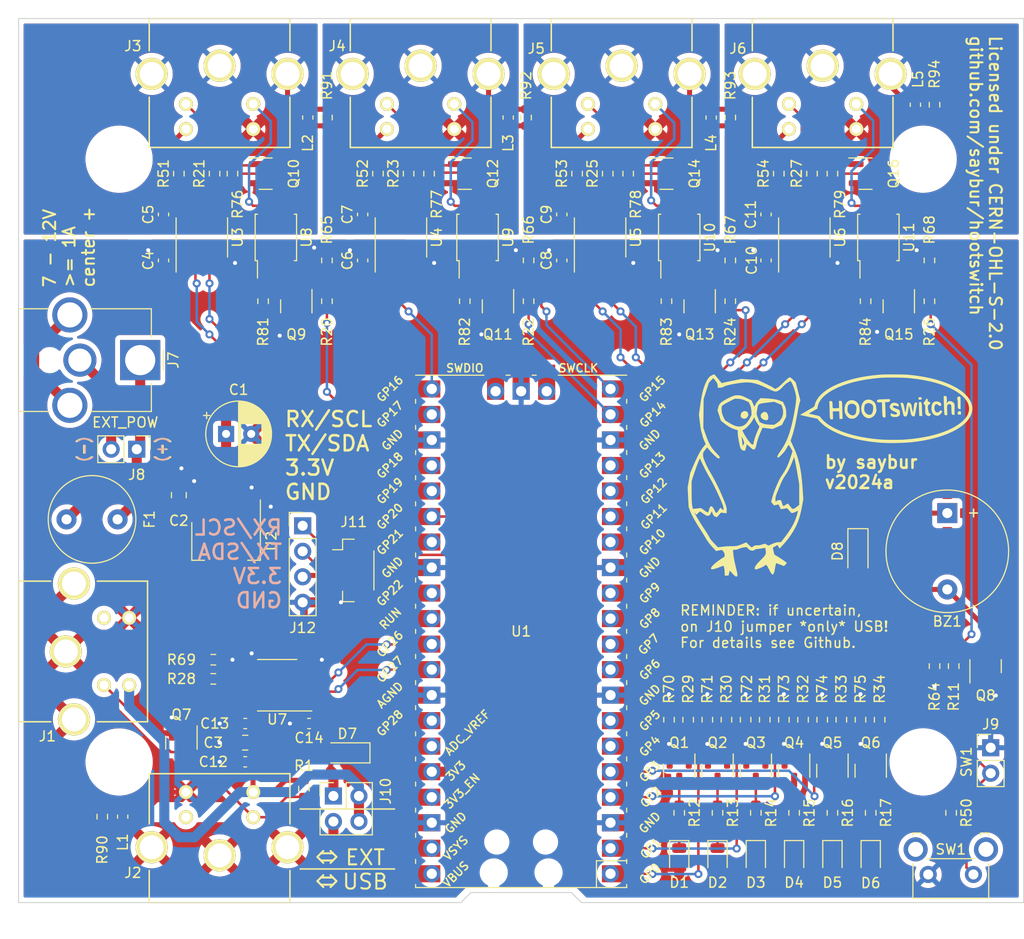
<source format=kicad_pcb>
(kicad_pcb (version 20211014) (generator pcbnew)
  (layers (0 "F.Cu" signal) (31 "B.Cu" signal) (34 "B.Paste" user) (35 "F.Paste" user) (36 "B.SilkS" user "B.Silkscreen") (37 "F.SilkS" user "F.Silkscreen") (38 "B.Mask" user) (39 "F.Mask" user) (44 "Edge.Cuts" user))
  (net 0 "")
  (net 1 "+5V")
  (net 2 "GND")
  (net 3 "Net-(D1-Pad1)")
  (net 4 "Net-(D2-Pad1)")
  (net 5 "Net-(D5-Pad1)")
  (net 6 "Net-(D6-Pad1)")
  (net 7 "/A_DI")
  (net 8 "Net-(C5-Pad1)")
  (net 9 "Net-(C5-Pad2)")
  (net 10 "Net-(C7-Pad1)")
  (net 11 "Net-(J3-Pad1)")
  (net 12 "Net-(J3-Pad2)")
  (net 13 "Net-(C7-Pad2)")
  (net 14 "Net-(C9-Pad1)")
  (net 15 "Net-(J3-Pad5)")
  (net 16 "Net-(J4-Pad1)")
  (net 17 "Net-(J4-Pad2)")
  (net 18 "Net-(C9-Pad2)")
  (net 19 "Net-(C11-Pad1)")
  (net 20 "Net-(J4-Pad5)")
  (net 21 "Net-(J5-Pad1)")
  (net 22 "Net-(J5-Pad2)")
  (net 23 "Net-(C11-Pad2)")
  (net 25 "Net-(J5-Pad5)")
  (net 26 "Net-(J6-Pad1)")
  (net 27 "Net-(J6-Pad2)")
  (net 28 "Net-(J7-Pad2)")
  (net 29 "Net-(J2-Pad1)")
  (net 30 "Net-(J6-Pad5)")
  (net 31 "Net-(Q1-Pad1)")
  (net 32 "Net-(Q2-Pad1)")
  (net 33 "Net-(Q3-Pad1)")
  (net 34 "Net-(Q4-Pad1)")
  (net 35 "Net-(Q5-Pad1)")
  (net 36 "Net-(Q6-Pad1)")
  (net 37 "Net-(Q7-Pad1)")
  (net 38 "Net-(Q8-Pad1)")
  (net 39 "Net-(C1-Pad1)")
  (net 40 "Net-(Q10-Pad1)")
  (net 41 "Net-(Q11-Pad1)")
  (net 42 "Net-(D3-Pad1)")
  (net 43 "Net-(Q13-Pad1)")
  (net 44 "Net-(Q13-Pad3)")
  (net 45 "Net-(Q14-Pad1)")
  (net 46 "Net-(D4-Pad1)")
  (net 47 "Net-(Q16-Pad1)")
  (net 48 "unconnected-(J7-PadMP)")
  (net 49 "Net-(Q1-Pad3)")
  (net 50 "/A_DO")
  (net 51 "+3.3V")
  (net 52 "/LED1")
  (net 53 "/LED2")
  (net 54 "/LED3")
  (net 55 "/LED4")
  (net 56 "/LED5")
  (net 57 "/LED6")
  (net 58 "Net-(R81-Pad2)")
  (net 59 "Net-(R83-Pad2)")
  (net 66 "Net-(BZ1-Pad2)")
  (net 67 "/BUZZER")
  (net 68 "Net-(C2-Pad1)")
  (net 69 "Net-(F1-Pad1)")
  (net 71 "Net-(Q2-Pad3)")
  (net 72 "Net-(Q3-Pad3)")
  (net 73 "Net-(Q4-Pad3)")
  (net 74 "Net-(Q5-Pad3)")
  (net 75 "Net-(Q6-Pad3)")
  (net 76 "/SWITCH")
  (net 77 "/C1_DO")
  (net 78 "/C1_PSW")
  (net 79 "/C1_DI")
  (net 80 "/C2_DO")
  (net 81 "/C2_PSW")
  (net 82 "/C2_DI")
  (net 83 "/C3_DO")
  (net 84 "/C3_PSW")
  (net 85 "/C3_DI")
  (net 86 "/C4_DO")
  (net 87 "/C4_PSW")
  (net 88 "/C4_DI")
  (net 89 "Net-(R21-Pad1)")
  (net 90 "Net-(R25-Pad1)")
  (net 91 "Net-(D7-Pad1)")
  (net 92 "Net-(J2-Pad5)")
  (net 93 "Net-(Q9-Pad1)")
  (net 94 "Net-(Q9-Pad3)")
  (net 95 "Net-(Q11-Pad3)")
  (net 96 "Net-(Q12-Pad1)")
  (net 97 "Net-(Q15-Pad1)")
  (net 98 "Net-(Q15-Pad3)")
  (net 99 "Net-(R82-Pad2)")
  (net 100 "Net-(R84-Pad2)")
  (net 101 "Net-(R23-Pad1)")
  (net 102 "Net-(R27-Pad1)")
  (net 103 "Net-(R28-Pad1)")
  (net 104 "Net-(J10-Pad3)")
  (net 106 "Net-(U1-Pad27)")
  (net 107 "Net-(U1-Pad26)")
  (footprint "Resistor_SMD:R_0603_1608Metric" (layer "F.Cu") (at 125.73 139.065 90)
    (fp_text reference "R12")
    (fp_text value "1K")
  )
  (footprint "Resistor_SMD:R_0603_1608Metric" (layer "F.Cu") (at 104.394 88.138 90)
    (fp_text reference "R82")
    (fp_text value "330")
  )
  (footprint "LED_SMD:LED_0805_2012Metric" (layer "F.Cu") (at 133.35 143.51 -90)
    (fp_text reference "D3")
    (fp_text value "LED")
  )
  (footprint "Package_SO:SOIC-8_3.9x4.9mm_P1.27mm" (layer "F.Cu") (at 78.232 81.788 90)
    (fp_text reference "U3")
    (fp_text value "ADuM1201AR")
  )
  (footprint "Resistor_SMD:R_0603_1608Metric" (layer "F.Cu") (at 132.334 129.794 -90)
    (fp_text reference "R72")
    (fp_text value "10K")
  )
  (footprint "Resistor_SMD:R_0603_1608Metric" (layer "F.Cu") (at 137.16 139.065 90)
    (fp_text reference "R15")
    (fp_text value "1K")
  )
  (footprint "Capacitor_SMD:C_0603_1608Metric" (layer "F.Cu") (at 82.55 130.175 180)
    (fp_text reference "C13")
    (fp_text value "100nF")
  )
  (footprint "Resistor_SMD:R_0603_1608Metric" (layer "F.Cu") (at 90.678 69.85 -90)
    (fp_text reference "R91")
    (fp_text value "0")
  )
  (footprint "Resistor_SMD:R_0603_1608Metric" (layer "F.Cu") (at 136.144 129.794 -90)
    (fp_text reference "R73")
    (fp_text value "10K")
  )
  (footprint "Resistor_SMD:R_0603_1608Metric" (layer "F.Cu") (at 68.326 139.446 -90)
    (fp_text reference "R90")
    (fp_text value "0")
  )
  (footprint "hootswitch:hootswitch" (layer "F.Cu") (at 140.335 105.41)
    (fp_text reference "G***" hide)
    (fp_text value "LOGO" hide)
  )
  (footprint "Package_TO_SOT_SMD:SOT-23" (layer "F.Cu") (at 84.582 75.438)
    (fp_text reference "Q10")
    (fp_text value "MMBT3904")
  )
  (footprint "Inductor_SMD:L_0603_1608Metric" (layer "F.Cu") (at 70.358 139.446 -90)
    (fp_text reference "L1")
    (fp_text value "DNP")
  )
  (footprint "Resistor_SMD:R_0603_1608Metric" (layer "F.Cu") (at 79.375 125.73 180)
    (fp_text reference "R28")
    (fp_text value "2K2")
  )
  (footprint "Inductor_SMD:L_0603_1608Metric" (layer "F.Cu") (at 128.905 69.85 -90)
    (fp_text reference "L4")
    (fp_text value "DNP")
  )
  (footprint "Capacitor_THT:CP_Radial_D6.3mm_P2.50mm" (layer "F.Cu") (at 80.645 101.346)
    (fp_text reference "C1")
    (fp_text value "100uF")
  )
  (footprint "Package_TO_SOT_SMD:SOT-23" (layer "F.Cu") (at 147.574 88.646 -90)
    (fp_text reference "Q15")
    (fp_text value "MMBT3904")
  )
  (footprint "Resistor_SMD:R_0603_1608Metric" (layer "F.Cu") (at 135.636 75.438 -90)
    (fp_text reference "R54")
    (fp_text value "4K7")
  )
  (footprint "Package_SO:SO-4_4.4x3.9mm_P2.54mm" (layer "F.Cu") (at 145.542 81.788 90)
    (fp_text reference "U11")
    (fp_text value "LTV-357T")
  )
  (footprint "MountingHole:MountingHole_2.7mm_M2.5" (layer "F.Cu") (at 70 74)
    (fp_text reference "H2" hide)
    (fp_text value "M")
  )
  (footprint "Package_TO_SOT_SMD:SOT-23" (layer "F.Cu") (at 156.21 124.46 90)
    (fp_text reference "Q8")
    (fp_text value "MMBT3904")
  )
  (footprint "hootswitch:5749181-1" (layer "F.Cu") (at 120 60)
    (fp_text reference "J5")
    (fp_text value "Mini-DIN-4-G")
  )
  (footprint "Package_TO_SOT_SMD:SOT-23" (layer "F.Cu") (at 133.35 134.874 -90)
    (fp_text reference "Q3")
    (fp_text value "MMBT3904")
  )
  (footprint "Resistor_SMD:R_0603_1608Metric" (layer "F.Cu") (at 90.678 84.074 90)
    (fp_text reference "R65")
    (fp_text value "10K")
  )
  (footprint "Resistor_SMD:R_0603_1608Metric" (layer "F.Cu") (at 129.54 139.065 90)
    (fp_text reference "R13")
    (fp_text value "1K")
  )
  (footprint "Resistor_SMD:R_0603_1608Metric" (layer "F.Cu") (at 151.13 68.58 -90)
    (fp_text reference "R94")
    (fp_text value "0")
  )
  (footprint "Package_SO:SO-4_4.4x3.9mm_P2.54mm" (layer "F.Cu") (at 125.73 81.788 90)
    (fp_text reference "U10")
    (fp_text value "LTV-357T")
  )
  (footprint "Resistor_SMD:R_0603_1608Metric" (layer "F.Cu") (at 128.524 129.794 -90)
    (fp_text reference "R71")
    (fp_text value "10K")
  )
  (footprint "hootswitch:5749181-1" (layer "F.Cu") (at 100 60)
    (fp_text reference "J4")
    (fp_text value "Mini-DIN-4-G")
  )
  (footprint "Resistor_SMD:R_0603_1608Metric" (layer "F.Cu") (at 100.838 75.438 -90)
    (fp_text reference "R77")
    (fp_text value "10K")
  )
  (footprint "Resistor_SMD:R_0603_1608Metric" (layer "F.Cu") (at 134.239 129.794 90)
    (fp_text reference "R31")
    (fp_text value "2K2")
  )
  (footprint "hootswitch:5749181-1" (layer "F.Cu") (at 60 123 90)
    (fp_text reference "J1")
    (fp_text value "Mini-DIN-4-G")
  )
  (footprint "Package_TO_SOT_SMD:SOT-23" (layer "F.Cu") (at 125.73 134.874 -90)
    (fp_text reference "Q1")
    (fp_text value "MMBT3904")
  )
  (footprint "Package_TO_SOT_SMD:SOT-23" (layer "F.Cu") (at 144.272 75.438)
    (fp_text reference "Q16")
    (fp_text value "MMBT3904")
  )
  (footprint "Button_Switch_THT:SW_SPST_Omron_B3F-315x_Angled" (layer "F.Cu") (at 155 145.2 180)
    (fp_text reference "SW1")
    (fp_text value "Switch1")
  )
  (footprint "LED_SMD:LED_0805_2012Metric" (layer "F.Cu") (at 140.97 143.51 -90)
    (fp_text reference "D5")
    (fp_text value "LED")
  )
  (footprint "Resistor_SMD:R_0603_1608Metric" (layer "F.Cu") (at 95.758 75.438 -90)
    (fp_text reference "R52")
    (fp_text value "4K7")
  )
  (footprint "Connector_PinHeader_2.54mm:PinHeader_1x02_P2.54mm_Vertical" (layer "F.Cu") (at 156.718 132.583)
    (fp_text reference "J9")
    (fp_text value "SW1")
  )
  (footprint "Package_TO_SOT_SMD:SOT-23" (layer "F.Cu") (at 87.63 88.646 -90)
    (fp_text reference "Q9")
    (fp_text value "MMBT3904")
  )
  (footprint "LED_SMD:LED_0805_2012Metric" (layer "F.Cu") (at 125.73 143.51 -90)
    (fp_text reference "D1")
    (fp_text value "LED")
  )
  (footprint "Resistor_SMD:R_0603_1608Metric" (layer "F.Cu") (at 126.619 129.794 90)
    (fp_text reference "R29")
    (fp_text value "2K2")
  )
  (footprint "Resistor_SMD:R_0603_1608Metric" (layer "F.Cu") (at 130.81 88.138 90)
    (fp_text reference "R24")
    (fp_text value "2K2")
  )
  (footprint "Package_TO_SOT_SMD:SOT-23" (layer "F.Cu") (at 127.762 88.646 -90)
    (fp_text reference "Q13")
    (fp_text value "MMBT3904")
  )
  (footprint "Connector_BarrelJack:BarrelJack_CUI_PJ-063AH_Horizontal_CircularHoles" (layer "F.Cu") (at 72.1 94 -90)
    (fp_text reference "J7")
    (fp_text value "Barrel_Jack_MountingPin")
  )
  (footprint "Resistor_SMD:R_0603_1608Metric" (layer "F.Cu") (at 144.272 88.138 90)
    (fp_text reference "R84")
    (fp_text value "330")
  )
  (footprint "Capacitor_SMD:C_0603_1608Metric" (layer "F.Cu") (at 114.046 84.074 90)
    (fp_text reference "C8")
    (fp_text value "100nF")
  )
  (footprint "Inductor_SMD:L_0603_1608Metric" (layer "F.Cu") (at 149.225 68.58 -90)
    (fp_text reference "L5")
    (fp_text value "DNP")
  )
  (footprint "Capacitor_SMD:C_0603_1608Metric" (layer "F.Cu") (at 82.55 133.985 180)
    (fp_text reference "C12")
    (fp_text value "100nF")
  )
  (footprint "Package_SO:SOIC-8_3.9x4.9mm_P1.27mm" (layer "F.Cu") (at 98.044 81.788 90)
    (fp_text reference "U4")
    (fp_text value "ADuM1201AR")
  )
  (footprint "Resistor_SMD:R_0603_1608Metric" (layer "F.Cu") (at 153.035 124.46 -90)
    (fp_text reference "R11")
    (fp_text value "1K")
  )
  (footprint "MCU_RaspberryPi_and_Boards:RPi_Pico_SMD_TH" (layer "F.Cu") (at 110 121 180)
    (fp_text reference "U1")
    (fp_text value "Pico")
  )
  (footprint "Package_TO_SOT_SMD:SOT-223-3_TabPin2" (layer "F.Cu") (at 80.645 112.014 -90)
    (fp_text reference "U2")
    (fp_text value "LM1117-5.0")
  )
  (footprint "hootswitch:5749181-1" (layer "F.Cu") (at 140 60)
    (fp_text reference "J6")
    (fp_text value "Mini-DIN-4-G")
  )
  (footprint "Resistor_SMD:R_0603_1608Metric" (layer "F.Cu") (at 124.46 88.138 90)
    (fp_text reference "R83")
    (fp_text value "330")
  )
  (footprint "Resistor_SMD:R_0603_1608Metric" (layer "F.Cu") (at 81.28 75.438 -90)
    (fp_text reference "R76")
    (fp_text value "10K")
  )
  (footprint "Resistor_SMD:R_0603_1608Metric" (layer "F.Cu") (at 151.13 124.46 -90)
    (fp_text reference "R64")
    (fp_text value "10K")
  )
  (footprint "Buzzer_Beeper:Buzzer_12x9.5RM7.6" (layer "F.Cu") (at 152.4 109.23 -90)
    (fp_text reference "BZ1")
    (fp_text value "Buzzer")
  )
  (footprint "Package_TO_SOT_SMD:SOT-23" (layer "F.Cu") (at 104.394 75.438)
    (fp_text reference "Q12")
    (fp_text value "MMBT3904")
  )
  (footprint "Capacitor_SMD:C_0603_1608Metric" (layer "F.Cu") (at 88.9 130.175 180)
    (fp_text reference "C14")
    (fp_text value "100nF")
  )
  (footprint "Resistor_SMD:R_0603_1608Metric" (layer "F.Cu") (at 88.392 136.652 -90)
    (fp_text reference "R1")
    (fp_text value "470")
  )
  (footprint "Package_TO_SOT_SMD:SOT-23" (layer "F.Cu") (at 76.2 132.08 -90)
    (fp_text reference "Q7")
    (fp_text value "MMBT3904")
  )
  (footprint "Package_TO_SOT_SMD:SOT-23" (layer "F.Cu") (at 137.16 134.874 -90)
    (fp_text reference "Q4")
    (fp_text value "MMBT3904")
  )
  (footprint "Resistor_SMD:R_0603_1608Metric" (layer "F.Cu") (at 115.57 75.438 -90)
    (fp_text reference "R53")
    (fp_text value "4K7")
  )
  (footprint "Resistor_SMD:R_0603_1608Metric" (layer "F.Cu") (at 110.49 69.85 -90)
    (fp_text reference "R92")
    (fp_text value "0")
  )
  (footprint "Package_TO_SOT_SMD:SOT-23" (layer "F.Cu") (at 124.46 75.438)
    (fp_text reference "Q14")
    (fp_text value "MMBT3904")
  )
  (footprint "Connector_PinHeader_2.54mm:PinHeader_1x04_P2.54mm_Vertical" (layer "F.Cu") (at 88.265 110.49)
    (fp_text reference "J12")
    (fp_text value "TWI")
  )
  (footprint "Capacitor_SMD:C_0603_1608Metric" (layer "F.Cu") (at 114.046 79.502 -90)
    (fp_text reference "C9")
    (fp_text value "100nF")
  )
  (footprint "Resistor_SMD:R_0603_1608Metric" (layer "F.Cu") (at 98.806 75.438 90)
    (fp_text reference "R23")
    (fp_text value "2K2")
  )
  (footprint "Package_SO:SO-4_4.4x3.9mm_P2.54mm" (layer "F.Cu") (at 85.598 81.788 90)
    (fp_text reference "U8")
    (fp_text value "LTV-357T")
  )
  (footprint "Resistor_SMD:R_0603_1608Metric" (layer "F.Cu") (at 110.744 84.074 90)
    (fp_text reference "R66")
    (fp_text value "10K")
  )
  (footprint "Resistor_SMD:R_0603_1608Metric" (layer "F.Cu") (at 150.622 88.138 90)
    (fp_text reference "R26")
    (fp_text value "2K2")
  )
  (footprint "Resistor_SMD:R_0603_1608Metric" (layer "F.Cu") (at 138.049 129.794 90)
    (fp_text reference "R32")
    (fp_text value "2K2")
  )
  (footprint "Resistor_SMD:R_0603_1608Metric" (layer "F.Cu") (at 130.81 84.074 90)
    (fp_text reference "R67")
    (fp_text value "10K")
  )
  (footprint "MountingHole:MountingHole_2.7mm_M2.5" (layer "F.Cu") (at 150 74)
    (fp_text reference "H4" hide)
    (fp_text value "M")
  )
  (footprint "Resistor_SMD:R_0603_1608Metric" (layer "F.Cu") (at 140.97 75.438 -90)
    (fp_text reference "R79")
    (fp_text value "10K")
  )
  (footprint "Resistor_SMD:R_0603_1608Metric" (layer "F.Cu") (at 110.744 88.138 90)
    (fp_text reference "R22")
    (fp_text value "2K2")
  )
  (footprint "Resistor_SMD:R_0603_1608Metric" (layer "F.Cu") (at 120.65 75.438 -90)
    (fp_text reference "R78")
    (fp_text value "10K")
  )
  (footprint "Inductor_SMD:L_0603_1608Metric" (layer "F.Cu") (at 88.775 69.85 -90)
    (fp_text reference "L2")
    (fp_text value "DNP")
  )
  (footprint "Resistor_SMD:R_0603_1608Metric" (layer "F.Cu") (at 130.81 69.85 -90)
    (fp_text reference "R93")
    (fp_text value "0")
  )
  (footprint "Capacitor_SMD:C_0603_1608Metric" (layer "F.Cu") (at 134.366 84.074 90)
    (fp_text reference "C10")
    (fp_text value "100nF")
  )
  (footprint "Resistor_SMD:R_0603_1608Metric" (layer "F.Cu") (at 152.781 139.065 -90)
    (fp_text reference "R50")
    (fp_text value "4K7")
  )
  (footprint "Inductor_SMD:L_0603_1608Metric" (layer "F.Cu") (at 108.712 69.85 -90)
    (fp_text reference "L3")
    (fp_text value "DNP")
  )
  (footprint "Package_SO:SOIC-8_3.9x4.9mm_P1.27mm" (layer "F.Cu") (at 85.725 126.365 180)
    (fp_text reference "U7")
    (fp_text value "ADuM1201AR")
  )
  (footprint "Resistor_SMD:R_0603_1608Metric" (layer "F.Cu") (at 140.97 139.065 90)
    (fp_text reference "R16")
    (fp_text value "1K")
  )
  (footprint "Resistor_SMD:R_0603_1608Metric" (layer "F.Cu") (at 133.35 139.065 90)
    (fp_text reference "R14")
    (fp_text value "1K")
  )
  (footprint "Fuse:Fuse_Littelfuse_372_D8.50mm" (layer "F.Cu") (at 64.77 109.855)
    (fp_text reference "F1")
    (fp_text value "500mA")
  )
  (footprint "Resistor_SMD:R_0603_1608Metric" (layer "F.Cu") (at 90.678 88.138 90)
    (fp_text reference "R20")
    (fp_text value "2K2")
  )
  (footprint "Connector_JST:JST_SH_BM04B-SRSS-TB_1x04-1MP_P1.00mm_Vertical" (layer "F.Cu") (at 93.345 114.935 -90)
    (fp_text reference "J11")
    (fp_text value "TWI")
  )
  (footprint "Resistor_SMD:R_0603_1608Metric" (layer "F.Cu") (at 84.328 88.138 90)
    (fp_text reference "R81")
    (fp_text value "330")
  )
  (footprint "Diode_SMD:D_SOD-123" (layer "F.Cu") (at 92.71 133.096 180)
    (fp_text reference "D7")
    (fp_text value "B5819W")
  )
  (footprint "hootswitch:5749181-1" (layer "F.Cu") (at 80 60)
    (fp_text reference "J3")
    (fp_text value "Mini-DIN-4-G")
  )
  (footprint "Resistor_SMD:R_0603_1608Metric" (layer "F.Cu") (at 138.938 75.438 90)
    (fp_text reference "R27")
    (fp_text value "2K2")
  )
  (footprint "MountingHole:MountingHole_2.7mm_M2.5" (layer "F.Cu") (at 150 134)
    (fp_text reference "H3" hide)
    (fp_text value "M")
  )
  (footprint "Package_SO:SO-4_4.4x3.9mm_P2.54mm" (layer "F.Cu") (at 105.664 81.788 90)
    (fp_text reference "U9")
    (fp_text value "LTV-357T")
  )
  (footprint "Package_TO_SOT_SMD:SOT-23" (layer "F.Cu") (at 129.54 134.874 -90)
    (fp_text reference "Q2")
    (fp_text value "MMBT3904")
  )
  (footprint "Resistor_SMD:R_0603_1608Metric" (layer "F.Cu") (at 150.622 84.074 90)
    (fp_text reference "R68")
    (fp_text value "10K")
  )
  (footprint "Capacitor_SMD:C_0603_1608Metric" (layer "F.Cu") (at 74.422 79.502 -90)
    (fp_text reference "C5")
    (fp_text value "100nF")
  )
  (footprint "Resistor_SMD:R_0603_1608Metric" (layer "F.Cu") (at 143.764 129.794 -90)
    (fp_text reference "R75")
    (fp_text value "10K")
  )
  (footprint "Resistor_SMD:R_0603_1608Metric" (layer "F.Cu") (at 124.714 129.794 -90)
    (fp_text reference "R70")
    (fp_text value "10K")
  )
  (footprint "Capacitor_SMD:C_0603_1608Metric" (layer "F.Cu") (at 94.234 79.502 -90)
    (fp_text reference "C7")
    (fp_text value "100nF")
  )
  (footprint "Package_SO:SOIC-8_3.9x4.9mm_P1.27mm" (layer "F.Cu") (at 117.856 81.788 90)
    (fp_text reference "U5")
    (fp_text value "ADuM1201AR")
  )
  (footprint "hootswitch:5749181-1" (layer "F.Cu") (at 80 148 180)
    (fp_text reference "J2")
    (fp_text value "Mini-DIN-4-G")
  )
  (footprint "MountingHole:MountingHole_2.7mm_M2.5" (layer "F.Cu") (at 70 134)
    (fp_text reference "H1" hide)
    (fp_text value "M")
  )
  (footprint "Resistor_SMD:R_0603_1608Metric" (layer "F.Cu") (at 79.502 75.438 90)
    (fp_text reference "R21")
    (fp_text value "2K2")
  )
  (footprint "Capacitor_SMD:C_0603_1608Metric" (layer "F.Cu") (at 94.234 84.074 90)
    (fp_text reference "C6")
    (fp_text value "100nF")
  )
  (footprint "Capacitor_SMD:C_0805_2012Metric" (layer "F.Cu") (at 75.946 107.442 90)
    (fp_text reference "C2")
    (fp_text value "10uF")
  )
  (footprint "Resistor_SMD:R_0603_1608Metric" (layer "F.Cu") (at 144.78 139.065 90)
    (fp_text reference "R17")
    (fp_text value "1K")
  )
  (footprint "Resistor_SMD:R_0603_1608Metric" (layer "F.Cu") (at 118.618 75.438 90)
    (fp_text reference "R25")
    (fp_text value "2K2")
  )
  (footprint "Diode_SMD:D_SOD-123" (layer "F.Cu") (at 143.51 113.03 -90)
    (fp_text reference "D8")
    (fp_text value "B5819W")
  )
  (footprint "Resistor_SMD:R_0603_1608Metric" (layer "F.Cu") (at 130.429 129.794 90)
    (fp_text reference "R30")
    (fp_text value "2K2")
  )
  (footprint "Package_TO_SOT_SMD:SOT-23" (layer "F.Cu") (at 144.78 134.874 -90)
    (fp_text reference "Q6")
    (fp_text value "MMBT3904")
  )
  (footprint "Resistor_SMD:R_0603_1608Metric" (layer "F.Cu") (at 141.859 129.794 90)
    (fp_text reference "R33")
    (fp_text value "2K2")
  )
  (footprint "Package_SO:SOIC-8_3.9x4.9mm_P1.27mm" (layer "F.Cu") (at 138.176 81.788 90)
    (fp_text reference "U6")
    (fp_text value "ADuM1201AR")
  )
  (footprint "Capacitor_SMD:C_0603_1608Metric" (layer "F.Cu") (at 74.422 84.074 90)
    (fp_text reference "C4")
    (fp_text value "100nF")
  )
  (footprint "Connector_PinHeader_2.54mm:PinHeader_2x02_P2.54mm_Vertical" (layer "F.Cu") (at 91.325 137.389)
    (fp_text reference "J10")
    (fp_text value "POWSEL")
  )
  (footprint "Resistor_SMD:R_0603_1608Metric" (layer "F.Cu") (at 75.946 75.438 -90)
    (fp_text reference "R51")
    (fp_text value "4K7")
  )
  (footprint "Connector_PinHeader_2.54mm:PinHeader_1x02_P2.54mm_Vertical" (layer "F.Cu") (at 71.755 102.87 -90)
    (fp_text reference "J8")
    (fp_text value "EXT_POW")
  )
  (footprint "Resistor_SMD:R_0603_1608Metric" (layer "F.Cu") (at 139.954 129.794 -90)
    (fp_text reference "R74")
    (fp_text value "10K")
  )
  (footprint "Capacitor_SMD:C_0603_1608Metric" (layer "F.Cu") (at 134.366 79.502 -90)
    (fp_text reference "C11")
    (fp_text value "100nF")
  )
  (footprint "Resistor_SMD:R_0603_1608Metric" (layer "F.Cu") (at 145.669 129.794 90)
    (fp_text reference "R34")
    (fp_text value "2K2")
  )
  (footprint "Package_TO_SOT_SMD:SOT-23" (layer "F.Cu") (at 107.696 88.646 -90)
    (fp_text reference "Q11")
    (fp_text value "MMBT3904")
  )
  (footprint "LED_SMD:LED_0805_2012Metric" (layer "F.Cu") (at 129.54 143.51 -90)
    (fp_text reference "D2")
    (fp_text value "LED")
  )
  (footprint "Resistor_SMD:R_0603_1608Metric" (layer "F.Cu") (at 79.375 123.825)
    (fp_text reference "R69")
    (fp_text value "10K")
  )
  (footprint "Package_TO_SOT_SMD:SOT-23" (layer "F.Cu") (at 140.97 134.874 -90)
    (fp_text reference "Q5")
    (fp_text value "MMBT3904")
  )
  (footprint "LED_SMD:LED_0805_2012Metric" (layer "F.Cu") (at 137.16 143.51 -90)
    (fp_text reference "D4")
    (fp_text value "LED")
  )
  (footprint "Capacitor_SMD:C_0805_2012Metric" (layer "F.Cu") (at 82.55 132.08 180)
    (fp_text reference "C3")
    (fp_text value "10uF")
  )
  (footprint "LED_SMD:LED_0805_2012Metric" (layer "F.Cu") (at 144.78 143.51 -90)
    (fp_text reference "D6")
    (fp_text value "LED")
  )
  (gr_line (start 88.011 138.684) (end 97.409 138.684) (layer "F.SilkS") (width 0.15))
  (gr_line (start 88.011 144.653) (end 97.409 144.653) (layer "F.SilkS") (width 0.15))
  (gr_line (start 160 60) (end 60 60) (layer "Edge.Cuts") (width 0.1))
  (gr_line (start 60 148) (end 104 148) (layer "Edge.Cuts") (width 0.1))
  (gr_line (start 60 60) (end 60 148) (layer "Edge.Cuts") (width 0.1))
  (gr_line (start 115 147) (end 116 148) (layer "Edge.Cuts") (width 0.1))
  (gr_line (start 116 148) (end 160 148) (layer "Edge.Cuts") (width 0.1))
  (gr_line (start 104 148) (end 105 147) (layer "Edge.Cuts") (width 0.1))
  (gr_line (start 105 147) (end 115 147) (layer "Edge.Cuts") (width 0.1))
  (gr_line (start 160 60) (end 160 148) (layer "Edge.Cuts") (width 0.1))
  (gr_text "(+)" (at 74.168 102.87 90) (layer "B.SilkS") (effects (font (size 1 1)) (justify mirror)))
  (gr_text "(-)" (at 66.548 102.87 90) (layer "B.SilkS") (effects (font (size 1 1)) (justify mirror)))
  (gr_text "RX/SCL\nTX/SDA\n3.3V\nGND" (at 86.36 114.3) (layer "B.SilkS") (effects (font (size 1.5 1.5) (thickness 0.25)) (justify left mirror)))
  (gr_text "7 - 12V\n>= 1A\ncenter +" (at 65.024 86.868 90) (layer "F.SilkS") (effects (font (size 1.2 1.2) (thickness 0.2)) (justify left)))
  (gr_text "REMINDER: if uncertain,\non J10 jumper *only* USB!\nFor details see Github." (at 125.73 120.523) (layer "F.SilkS") (effects (font (size 1 1)) (justify left)))
  (gr_text "⇔" (at 90.678 145.669) (layer "F.SilkS") (effects (font (size 2.5 2.5) (thickness 0.2))))
  (gr_text "USB" (at 94.488 145.923) (layer "F.SilkS") (effects (font (size 1.5 1.5) (thickness 0.2))))
  (gr_text "(+)" (at 74.295 102.87 90) (layer "F.SilkS") (effects (font (size 1 1))))
  (gr_text "by saybur\nv2024a" (at 140.081 105.156) (layer "F.SilkS") (effects (font (size 1.25 1.25) (thickness 0.25)) (justify left)))
  (gr_text "RX/SCL\nTX/SDA\n3.3V\nGND" (at 86.36 103.505) (layer "F.SilkS") (effects (font (size 1.5 1.5) (thickness 0.25)) (justify left)))
  (gr_text "⇔" (at 90.678 143.256) (layer "F.SilkS") (effects (font (size 2.5 2.5) (thickness 0.2))))
  (gr_text "Licensed under CERN-OHL-S-2.0\ngithub.com/saybur/hootswitch" (at 156.21 61.595 270) (layer "F.SilkS") (effects (font (size 1.2 1.2) (thickness 0.2)) (justify left)))
  (gr_text "(-)" (at 66.421 102.87 90) (layer "F.SilkS") (effects (font (size 1 1))))
  (gr_text "EXT" (at 94.488 143.51) (layer "F.SilkS") (effects (font (size 1.5 1.5) (thickness 0.2))))
  (segment (start 83.5 130.35) (end 83.325 130.175) (width 0.5) (layer "F.Cu") (net 1))
  (segment (start 83.325 133.985) (end 83.325 136.975) (width 0.5) (layer "F.Cu") (net 1))
  (segment (start 83.325 128.345) (end 83.25 128.27) (width 0.5) (layer "F.Cu") (net 1))
  (segment (start 83.325 136.975) (end 83.35 137) (width 0.5) (layer "F.Cu") (net 1))
  (segment (start 85.377 137) (end 86.55 135.827) (width 0.5) (layer "F.Cu") (net 1))
  (segment (start 83.5 132.08) (end 83.5 133.81) (width 0.5) (layer "F.Cu") (net 1))
  (segment (start 93.865 137.389) (end 93.865 139.929) (width 1) (layer "F.Cu") (net 1))
  (segment (start 83.5 133.81) (end 83.325 133.985) (width 0.5) (layer "F.Cu") (net 1))
  (segment (start 83.325 130.175) (end 83.325 128.345) (width 0.5) (layer "F.Cu") (net 1))
  (segment (start 86.55 135.827) (end 88.392 135.827) (width 0.5) (layer "F.Cu") (net 1))
  (segment (start 83.5 132.08) (end 83.5 130.35) (width 0.5) (layer "F.Cu") (net 1))
  (segment (start 83.35 137) (end 85.377 137) (width 0.5) (layer "F.Cu") (net 1))
  (segment (start 74.5 132) (end 74.5 140) (width 1) (layer "B.Cu") (net 1))
  (segment (start 74.5 140) (end 76 141.5) (width 1) (layer "B.Cu") (net 1))
  (segment (start 88.9 135.255) (end 87.155 137) (width 1) (layer "B.Cu") (net 1))
  (segment (start 71 128.5) (end 74.5 132) (width 1) (layer "B.Cu") (net 1))
  (segment (start 82 137) (end 83.35 137) (width 1) (layer "B.Cu") (net 1))
  (segment (start 93.865 137.389) (end 93.865 136.41) (width 1) (layer "B.Cu") (net 1))
  (segment (start 87.155 137) (end 83.35 137) (width 1) (layer "B.Cu") (net 1))
  (segment (start 77.5 141.5) (end 82 137) (width 1) (layer "B.Cu") (net 1))
  (segment (start 76 141.5) (end 77.5 141.5) (width 1) (layer "B.Cu") (net 1))
  (segment (start 71 126.35) (end 71 128.5) (width 1) (layer "B.Cu") (net 1))
  (segment (start 93.865 136.41) (end 92.71 135.255) (width 1) (layer "B.Cu") (net 1))
  (segment (start 92.71 135.255) (end 88.9 135.255) (width 1) (layer "B.Cu") (net 1))
  (segment (start 132.334 128.969) (end 132.334 127.254) (width 0.5) (layer "F.Cu") (net 2))
  (segment (start 150.622 83.249) (end 149.543 83.249) (width 0.5) (layer "F.Cu") (net 2))
  (segment (start 129.731 83.249) (end 129.54 83.058) (width 0.5) (layer "F.Cu") (net 2))
  (segment (start 101.281 84.263) (end 101.346 84.328) (width 0.5) (layer "F.Cu") (net 2))
  (segment (start 75.946 105.029) (end 76.2 104.775) (width 0.5) (layer "F.Cu") (net 2))
  (segment (start 157.16 127.315) (end 157.226 127.381) (width 0.5) (layer "F.Cu") (net 2))
  (segment (start 139.954 128.969) (end 139.954 127.254) (width 0.5) (layer "F.Cu") (net 2))
  (segment (start 92.02 116.435) (end 92.02 118.055) (width 0.5) (layer "F.Cu") (net 2))
  (segment (start 88.2 124.46) (end 89.535 124.46) (width 0.5) (layer "F.Cu") (net 2))
  (segment (start 81.775 130.175) (end 80.01 130.175) (width 0.5) (layer "F.Cu") (net 2))
  (segment (start 92.02 118.055) (end 92.075 118.11) (width 0.5) (layer "F.Cu") (net 2))
  (segment (start 82.945 108.864) (end 82.945 106.92) (width 0.5) (layer "F.Cu") (net 2))
  (segment (start 151.13 125.285) (end 151.13 126.492) (width 0.25) (layer "F.Cu") (net 2))
  (segment (start 113.017 83.299) (end 112.776 83.058) (width 0.5) (layer "F.Cu") (net 2))
  (segment (start 86.68 87.7085) (end 86.68 90.866) (width 0.5) (layer "F.Cu") (net 2))
  (segment (start 75.946 106.492) (end 77.023 106.492) (width 0.5) (layer "F.Cu") (net 2))
  (segment (start 119.761 84.263) (end 121.093 84.263) (width 0.5) (layer "F.Cu") (net 2))
  (segment (start 93.205 83.299) (end 92.964 83.058) (width 0.5) (layer "F.Cu") (net 2))
  (segment (start 136.21 133.9365) (end 136.21 132.273) (width 0.5) (layer "F.Cu") (net 2))
  (segment (start 89.853 83.249) (end 89.408 82.804) (width 0.5) (layer "F.Cu") (net 2))
  (segment (start 128.59 132.273) (end 128.524 132.207) (width 0.5) (layer "F.Cu") (net 2))
  (segment (start 99.949 84.263) (end 101.281 84.263) (width 0.5) (layer "F.Cu") (net 2))
  (segment (start 94.234 83.299) (end 93.205 83.299) (width 0.5) (layer "F.Cu") (net 2))
  (segment (start 81.775 133.985) (end 80.01 133.985) (width 0.5) (layer "F.Cu") (net 2))
  (segment (start 72.8415 138.6585) (end 74.5 137) (width 0.5) (layer "F.Cu") (net 2))
  (segment (start 143.83 132.273) (end 143.764 132.207) (width 0.5) (layer "F.Cu") (net 2))
  (segment (start 81.469 84.263) (end 81.534 84.328) (width 0.5) (layer "F.Cu") (net 2))
  (segment (start 110.744 83.249) (end 109.665 83.249) (width 0.5) (layer "F.Cu") (net 2))
  (segment (start 80.2 123.825) (end 81.28 123.825) (width 0.5) (layer "F.Cu") (net 2))
  (segment (start 143.764 128.969) (end 143.764 127.254) (width 0.5) (layer "F.Cu") (net 2))
  (segment (start 146.624 89.977) (end 145.415 91.186) (width 0.5) (layer "F.Cu") (net 2))
  (segment (start 146.624 87.7085) (end 146.624 89.977) (width 0.5) (layer "F.Cu") (net 2))
  (segment (start 75.25 129.5806) (end 75.2348 129.5654) (width 0.5) (layer "F.Cu") (net 2))
  (segment (start 74.5 137) (end 76.65 137) (width 0.5) (layer "F.Cu") (net 2))
  (segment (start 136.144 128.969) (end 136.144 127.254) (width 0.5) (layer "F.Cu") (net 2))
  (segment (start 124.78 133.9365) (end 124.78 132.273) (width 0.5) (layer "F.Cu") (net 2))
  (segment (start 82.945 108.864) (end 84.811 108.864) (width 0.5) (layer "F.Cu") (net 2))
  (segment (start 83.25 124.46) (end 81.915 124.46) (width 0.5) (layer "F.Cu") (net 2))
  (segment (start 83.25 123.255) (end 83.185 123.19) (width 0.5) (layer "F.Cu") (net 2))
  (segment (start 81.6 132.08) (end 80.01 132.08) (width 0.5) (layer "F.Cu") (net 2))
  (segment (start 106.746 87.7085) (end 106.746 90.739) (width 0.5) (layer "F.Cu") (net 2))
  (segment (start 82.945 106.92) (end 83.185 106.68) (width 0.5) (layer "F.Cu") (net 2))
  (segment (start 121.093 84.263) (end 121.158 84.328) (width 0.5) (layer "F.Cu") (net 2))
  (segment (start 126.812 87.7085) (end 126.812 90.358) (width 0.5) (layer "F.Cu") (net 2))
  (segment (start 75.946 106.492) (end 75.946 105.029) (width 0.5) (layer "F.Cu") (net 2))
  (segment (start 128.524 128.969) (end 128.524 127.254) (width 0.5) (layer "F.Cu") (net 2))
  (segment (start 124.78 132.273) (end 124.714 132.207) (width 0.5) (layer "F.Cu") (net 2))
  (segment (start 81.915 124.46) (end 81.28 123.825) (width 0.5) (layer "F.Cu") (net 2))
  (segment (start 136.21 132.273) (end 136.144 132.207) (width 0.5) (layer "F.Cu") (net 2))
  (segment (start 83.25 124.46) (end 83.25 123.255) (width 0.5) (layer "F.Cu") (net 2))
  (segment (start 126.812 90.358) (end 125.73 91.44) (width 0.5) (layer "F.Cu") (net 2))
  (segment (start 149.543 83.249) (end 149.352 83.058) (width 0.5) (layer "F.Cu") (net 2))
  (segment (start 140.02 132.273) (end 139.954 132.207) (width 0.5) (layer "F.Cu") (net 2))
  (segment (start 80.137 84.263) (end 81.469 84.263) (width 0.5) (layer "F.Cu") (net 2))
  (segment (start 141.413 84.263) (end 141.478 84.328) (width 0.5) (layer "F.Cu") (net 2))
  (segment (start 84.811 108.864) (end 85.09 108.585) (width 0.5) (layer "F.Cu") (net 2))
  (segment (start 70.358 138.6585) (end 72.8415 138.6585) (width 0.5) (layer "F.Cu") (net 2))
  (segment (start 140.02 133.9365) (end 140.02 132.273) (width 0.5) (layer "F.Cu") (net 2))
  (segment (start 77.023 106.492) (end 77.47 106.045) (width 0.5) (layer "F.Cu") (net 2))
  (segment (start 157.16 125.3975) (end 157.16 127.315) (width 0.5) (layer "F.Cu") (net 2))
  (segment (start 88.125 130.175) (end 86.995 130.175) (width 0.5) (layer "F.Cu") (net 2))
  (segment (start 140.081 84.263) (end 141.413 84.263) (width 0.5) (layer "F.Cu") (net 2))
  (segment (start 74.422 83.299) (end 73.139 83.299) (width 0.5) (layer "F.Cu") (net 2))
  (segment (start 86.68 90.866) (end 85.979 91.567) (width 0.5) (layer "F.Cu") (net 2))
  (segment (start 128.59 133.9365) (end 128.59 132.273) (width 0.5) (layer "F.Cu") (net 2))
  (segment (start 109.665 83.249) (end 109.474 83.058) (width 0.5) (layer "F.Cu") (net 2))
  (segment (start 132.4 133.9365) (end 132.4 132.273) (width 0.5) (layer "F.Cu") (net 2))
  (segment (start 143.83 133.9365) (end 143.83 132.273) (width 0.5) (layer "F.Cu") (net 2))
  (segment (start 89.535 124.46) (end 90.17 123.825) (width 0.5) (layer "F.Cu") (net 2))
  (segment (start 133.337 83.299) (end 133.096 83.058) (width 0.5) (layer "F.Cu") (net 2))
  (segment (start 70.358 138.6585) (end 68.3635 138.6585) (width 0.5) (layer "F.Cu") (net 2))
  (segment (start 68.3635 138.6585) (end 68.326 138.621) (width 0.5) (layer "F.Cu") (net 2))
  (segment (start 73.139 83.299) (end 72.898 83.058) (width 0.5) (layer "F.Cu") (net 2))
  (segment (start 106.746 90.739) (end 106.045 91.44) (width 0.5) (layer "F.Cu") (net 2))
  (segment (start 90.678 83.249) (end 89.853 83.249) (width 0.5) (layer "F.Cu") (net 2))
  (segment (start 75.25 131.1425) (end 75.25 129.5806) (width 0.5) (layer "F.Cu") (net 2))
  (segment (start 130.81 83.249) (end 129.731 83.249) (width 0.5) (layer "F.Cu") (net 2))
  (segment (start 124.714 128.969) (end 124.714 127.254) (width 0.5) (layer "F.Cu") (net 2))
  (segment (start 132.4 132.273) (end 132.334 132.207) (width 0.5) (layer "F.Cu") (net 2))
  (segment (start 134.366 83.299) (end 133.337 83.299) (width 0.5) (layer "F.Cu") (net 2))
  (segment (start 114.046 83.299) (end 113.017 83.299) (width 0.5) (layer "F.Cu") (net 2))
  (via (at 128.524 127.254) (size 0.8) (drill 0.4) (layers "F.Cu" "B.Cu") (net 2))
  (via (at 92.964 83.058) (size 0.8) (drill 0.4) (layers "F.Cu" "B.Cu") (net 2))
  (via (at 124.714 127.254) (size 0.8) (drill 0.4) (layers "F.Cu" "B.Cu") (net 2))
  (via (at 81.28 123.825) (size 0.8) (drill 0.4) (layers "F.Cu" "B.Cu") (net 2))
  (via (at 75.2348 129.5654) (size 0.8) (drill 0.4) (layers "F.Cu" "B.Cu") (net 2))
  (via (at 139.954 132.207) (size 0.8) (drill 0.4) (layers "F.Cu" "B.Cu") (net 2))
  (via (at 89.408 82.804) (size 0.8) (drill 0.4) (layers "F.Cu" "B.Cu") (net 2))
  (via (at 80.01 133.985) (size 0.8) (drill 0.4) (layers "F.Cu" "B.Cu") (net 2))
  (via (at 133.096 83.058) (size 0.8) (drill 0.4) (layers "F.Cu" "B.Cu") (net 2))
  (via (at 80.01 130.175) (size 0.8) (drill 0.4) (layers "F.Cu" "B.Cu") (net 2))
  (via (at 141.478 84.328) (size 0.8) (drill 0.4) (layers "F.Cu" "B.Cu") (net 2))
  (via (at 145.415 91.186) (size 0.8) (drill 0.4) (layers "F.Cu" "B.Cu") (net 2))
  (via (at 92.075 118.11) (size 0.8) (drill 0.4) (layers "F.Cu" "B.Cu") (net 2))
  (via (at 121.158 84.328) (size 0.8) (drill 0.4) (layers "F.Cu" "B.Cu") (net 2))
  (via (at 86.995 130.175) (size 0.8) (drill 0.4) (layers "F.Cu" "B.Cu") (net 2))
  (via (at 112.776 83.058) (size 0.8) (drill 0.4) (layers "F.Cu" "B.Cu") (net 2))
  (via (at 128.524 132.207) (size 0.8) (drill 0.4) (layers "F.Cu" "B.Cu") (net 2))
  (via (at 143.764 132.207) (size 0.8) (drill 0.4) (layers "F.Cu" "B.Cu") (net 2))
  (via (at 129.54 83.058) (size 0.8) (drill 0.4) (layers "F.Cu" "B.Cu") (net 2))
  (via (at 136.144 132.207) (size 0.8) (drill 0.4) (layers "F.Cu" "B.Cu") (net 2))
  (via (at 77.47 106.045) (size 0.8) (drill 0.4) (layers "F.Cu" "B.Cu") (net 2))
  (via (at 85.979 91.567) (size 0.8) (drill 0.4) (layers "F.Cu" "B.Cu") (net 2))
  (via (at 136.144 127.254) (size 0.8) (drill 0.4) (layers "F.Cu" "B.Cu") (net 2))
  (via (at 143.764 127.254) (size 0.8) (drill 0.4) (layers "F.Cu" "B.Cu") (net 2))
  (via (at 83.185 106.68) (size 0.8) (drill 0.4) (layers "F.Cu" "B.Cu") (net 2))
  (via (at 149.352 83.058) (size 0.8) (drill 0.4) (layers "F.Cu" "B.Cu") (net 2))
  (via (at 157.226 127.381) (size 0.8) (drill 0.4) (layers "F.Cu" "B.Cu") (net 2))
  (via (at 106.045 91.44) (size 0.8) (drill 0.4) (layers "F.Cu" "B.Cu") (net 2))
  (via (at 139.954 127.254) (size 0.8) (drill 0.4) (layers "F.Cu" "B.Cu") (net 2))
  (via (at 85.09 108.585) (size 0.8) (drill 0.4) (layers "F.Cu" "B.Cu") (net 2))
  (via (at 151.13 126.492) (size 0.8) (drill 0.4) (layers "F.Cu" "B.Cu") (net 2))
  (via (at 101.346 84.328) (size 0.8) (drill 0.4) (layers "F.Cu" "B.Cu") (net 2))
  (via (at 132.334 132.207) (size 0.8) (drill 0.4) (layers "F.Cu" "B.Cu") (net 2))
  (via (at 83.185 123.19) (size 0.8) (drill 0.4) (layers "F.Cu" "B.Cu") (net 2))
  (via (at 80.01 132.08) (size 0.8) (drill 0.4) (layers "F.Cu" "B.Cu") (net 2))
  (via (at 125.73 91.44) (size 0.8) (drill 0.4) (layers "F.Cu" "B.Cu") (net 2))
  (via (at 81.534 84.328) (size 0.8) (drill 0.4) (layers "F.Cu" "B.Cu") (net 2))
  (via (at 76.2 104.775) (size 0.8) (drill 0.4) (layers "F.Cu" "B.Cu") (net 2))
  (via (at 132.334 127.254) (size 0.8) (drill 0.4) (layers "F.Cu" "B.Cu") (net 2))
  (via (at 72.898 83.058) (size 0.8) (drill 0.4) (layers "F.Cu" "B.Cu") (net 2))
  (via (at 90.17 123.825) (size 0.8) (drill 0.4) (layers "F.Cu" "B.Cu") (net 2))
  (via (at 109.474 83.058) (size 0.8) (drill 0.4) (layers "F.Cu" "B.Cu") (net 2))
  (via (at 124.714 132.207) (size 0.8) (drill 0.4) (layers "F.Cu" "B.Cu") (net 2))
  (segment (start 125.73 139.89) (end 125.73 142.5725) (width 0.25) (layer "F.Cu") (net 3))
  (segment (start 129.54 139.89) (end 129.54 142.5725) (width 0.25) (layer "F.Cu") (net 4))
  (segment (start 140.97 142.5725) (end 140.97 139.89) (width 0.25) (layer "F.Cu") (net 5))
  (segment (start 144.78 142.5725) (end 144.78 139.89) (width 0.25) (layer "F.Cu") (net 6))
  (segment (start 96.678 124.81) (end 96.647 124.841) (width 0.25) (layer "F.Cu") (net 7))
  (segment (start 88.2 127) (end 91.567 127) (width 0.25) (layer "F.Cu") (net 7))
  (segment (start 91.567 127) (end 91.821 126.746) (width 0.25) (layer "F.Cu") (net 7))
  (segment (start 101.11 124.81) (end 96.678 124.81) (width 0.25) (layer "F.Cu") (net 7))
  (via (at 91.821 126.746) (size 0.8) (drill 0.4) (layers "F.Cu" "B.Cu") (net 7))
  (via (at 96.647 124.841) (size 0.8) (drill 0.4) (layers "F.Cu" "B.Cu") (net 7))
  (segment (start 93.726 124.841) (end 91.821 126.746) (width 0.25) (layer "B.Cu") (net 7))
  (segment (start 96.647 124.841) (end 93.726 124.841) (width 0.25) (layer "B.Cu") (net 7))
  (segment (start 76.327 79.313) (end 75.757 79.313) (width 0.5) (layer "F.Cu") (net 8))
  (segment (start 74.422 78.727) (end 74.422 74.93) (width 0.5) (layer "F.Cu") (net 8))
  (segment (start 75.171 78.727) (end 74.422 78.727) (width 0.5) (layer "F.Cu") (net 8))
  (segment (start 75.757 79.313) (end 75.171 78.727) (width 0.5) (layer "F.Cu") (net 8))
  (segment (start 74.739 74.613) (end 74.422 74.93) (width 0.25) (layer "F.Cu") (net 8))
  (segment (start 74.74 74.613) (end 74.739 74.613) (width 0.25) (layer "F.Cu") (net 8))
  (segment (start 74.74 74.613) (end 74.422 74.295) (width 0.25) (layer "F.Cu") (net 8))
  (segment (start 74.422 74.93) (end 74.422 74.295) (width 0.5) (layer "F.Cu") (net 8))
  (segment (start 75.946 74.613) (end 74.74 74.613) (width 0.25) (layer "F.Cu") (net 8))
  (segment (start 74.422 74.295) (end 74.422 73.228) (width 0.5) (layer "F.Cu") (net 8))
  (segment (start 74.422 73.228) (end 76.65 71) (width 0.5) (layer "F.Cu") (net 8))
  (segment (start 88.8125 70.675) (end 88.775 70.6375) (width 0.5) (layer "F.Cu") (net 9))
  (segment (start 90.678 70.675) (end 88.8125 70.675) (width 0.5) (layer "F.Cu") (net 9))
  (segment (start 94.551 74.613) (end 94.234 74.93) (width 0.25) (layer "F.Cu") (net 10))
  (segment (start 94.234 74.295) (end 94.234 73.416) (width 0.5) (layer "F.Cu") (net 10))
  (segment (start 95.758 74.613) (end 94.551 74.613) (width 0.25) (layer "F.Cu") (net 10))
  (segment (start 94.983 78.727) (end 94.234 78.727) (width 0.5) (layer "F.Cu") (net 10))
  (segment (start 94.234 74.93) (end 94.234 74.295) (width 0.5) (layer "F.Cu") (net 10))
  (segment (start 96.139 79.313) (end 95.569 79.313) (width 0.5) (layer "F.Cu") (net 10))
  (segment (start 94.551 74.613) (end 94.551 74.612) (width 0.25) (layer "F.Cu") (net 10))
  (segment (start 94.234 73.416) (end 96.65 71) (width 0.5) (layer "F.Cu") (net 10))
  (segment (start 94.234 78.727) (end 94.234 74.93) (width 0.5) (layer "F.Cu") (net 10))
  (segment (start 94.551 74.612) (end 94.234 74.295) (width 0.25) (layer "F.Cu") (net 10))
  (segment (start 95.569 79.313) (end 94.983 78.727) (width 0.5) (layer "F.Cu") (net 10))
  (segment (start 77.597 76.073) (end 77.597 75.565) (width 0.25) (layer "F.Cu") (net 11))
  (segment (start 77.533 76.263) (end 77.597 76.327) (width 0.25) (layer "F.Cu") (net 11))
  (segment (start 77.407 76.263) (end 77.406 76.263) (width 0.25) (layer "F.Cu") (net 11))
  (segment (start 77.597 79.313) (end 77.597 76.454) (width 0.25) (layer "F.Cu") (net 11))
  (segment (start 77.597 72.771) (end 77.978 72.39) (width 0.25) (layer "F.Cu") (net 11))
  (segment (start 77.978 69.828) (end 76.65 68.5) (width 0.25) (layer "F.Cu") (net 11))
  (segment (start 77.978 72.39) (end 77.978 69.828) (width 0.25) (layer "F.Cu") (net 11))
  (segment (start 77.597 76.327) (end 77.597 76.073) (width 0.25) (layer "F.Cu") (net 11))
  (segment (start 77.597 76.454) (end 77.597 76.327) (width 0.25) (layer "F.Cu") (net 11))
  (segment (start 77.597 75.311) (end 77.597 72.771) (width 0.25) (layer "F.Cu") (net 11))
  (segment (start 77.406 76.263) (end 77.597 76.454) (width 0.25) (layer "F.Cu") (net 11))
  (segment (start 77.597 76.073) (end 77.407 76.263) (width 0.25) (layer "F.Cu") (net 11))
  (segment (start 77.724 75.438) (end 77.597 75.311) (width 0.25) (layer "F.Cu") (net 11))
  (segment (start 77.724 75.438) (end 77.597 75.565) (width 0.25) (layer "F.Cu") (net 11))
  (segment (start 85.5195 75.438) (end 77.724 75.438) (width 0.25) (layer "F.Cu") (net 11))
  (segment (start 77.406 76.263) (end 77.533 76.263) (width 0.25) (layer "F.Cu") (net 11))
  (segment (start 77.597 75.565) (end 77.597 75.311) (width 0.25) (layer "F.Cu") (net 11))
  (segment (start 75.946 76.263) (end 77.406 76.263) (width 0.25) (layer "F.Cu") (net 11))
  (segment (start 83.337 78.638) (end 82.931 78.232) (width 0.25) (layer "F.Cu") (net 12))
  (segment (start 84.328 78.638) (end 83.337 78.638) (width 0.25) (layer "F.Cu") (net 12))
  (via (at 82.931 78.232) (size 0.8) (drill 0.4) (layers "F.Cu" "B.Cu") (net 12))
  (segment (start 85.09 70.231) (end 85.081 70.231) (width 0.25) (layer "B.Cu") (net 12))
  (segment (start 85.09 72.39) (end 85.09 70.231) (width 0.25) (layer "B.Cu") (net 12))
  (segment (start 85.081 70.231) (end 83.35 68.5) (width 0.25) (layer "B.Cu") (net 12))
  (segment (start 82.931 78.232) (end 82.931 74.549) (width 0.25) (layer "B.Cu") (net 12))
  (segment (start 82.931 74.549) (end 85.09 72.39) (width 0.25) (layer "B.Cu") (net 12))
  (segment (start 108.7495 70.675) (end 108.712 70.6375) (width 0.5) (layer "F.Cu") (net 13))
  (segment (start 110.49 70.675) (end 108.7495 70.675) (width 0.5) (layer "F.Cu") (net 13))
  (segment (start 114.046 78.727) (end 114.046 74.93) (width 0.5) (layer "F.Cu") (net 14))
  (segment (start 115.951 79.313) (end 115.886 79.248) (width 0.5) (layer "F.Cu") (net 14))
  (segment (start 114.046 74.295) (end 114.046 73.604) (width 0.5) (layer "F.Cu") (net 14))
  (segment (start 114.364 74.613) (end 114.363 74.613) (width 0.25) (layer "F.Cu") (net 14))
  (segment (start 114.364 74.613) (end 114.046 74.295) (width 0.25) (layer "F.Cu") (net 14))
  (segment (start 114.363 74.613) (end 114.046 74.93) (width 0.25) (layer "F.Cu") (net 14))
  (segment (start 114.046 74.93) (end 114.046 74.295) (width 0.5) (layer "F.Cu") (net 14))
  (segment (start 114.059 78.74) (end 114.808 78.74) (width 0.5) (layer "F.Cu") (net 14))
  (segment (start 114.808 78.74) (end 115.316 79.248) (width 0.5) (layer "F.Cu") (net 14))
  (segment (start 115.886 79.248) (end 115.316 79.248) (width 0.5) (layer "F.Cu") (net 14))
  (segment (start 114.046 73.604) (end 116.65 71) (width 0.5) (layer "F.Cu") (net 14))
  (segment (start 114.046 78.727) (end 114.059 78.74) (width 0.5) (layer "F.Cu") (net 14))
  (segment (start 115.57 74.613) (end 114.364 74.613) (width 0.25) (layer "F.Cu") (net 14))
  (segment (start 87.4775 69.0625) (end 86.76 68.345) (width 0.5) (layer "F.Cu") (net 15))
  (segment (start 88.775 69.0625) (end 87.4775 69.0625) (width 0.5) (layer "F.Cu") (net 15))
  (segment (start 90.678 69.025) (end 88.8125 69.025) (width 0.5) (layer "F.Cu") (net 15))
  (segment (start 88.8125 69.025) (end 88.775 69.0625) (width 0.5) (layer "F.Cu") (net 15))
  (segment (start 86.76 68.345) (end 86.76 65.51) (width 0.5) (layer "F.Cu") (net 15))
  (segment (start 97.409 75.945) (end 97.409 75.819) (width 0.25) (layer "F.Cu") (net 16))
  (segment (start 97.409 76.327) (end 97.409 75.819) (width 0.25) (layer "F.Cu") (net 16))
  (segment (start 97.091 76.263) (end 97.409 76.581) (width 0.25) (layer "F.Cu") (net 16))
  (segment (start 97.636 75.338) (end 97.409 75.565) (width 0.25) (layer "F.Cu") (net 16))
  (segment (start 97.636 75.284) (end 97.409 75.057) (width 0.25) (layer "F.Cu") (net 16))
  (segment (start 97.409 73.025) (end 98.044 72.39) (width 0.25) (layer "F.Cu") (net 16))
  (segment (start 97.409 75.565) (end 97.409 75.057) (width 0.25) (layer "F.Cu") (net 16))
  (segment (start 105.3315 75.438) (end 105.2315 75.338) (width 0.25) (layer "F.Cu") (net 16))
  (segment (start 97.345 76.263) (end 97.409 76.327) (width 0.25) (layer "F.Cu") (net 16))
  (segment (start 97.409 76.581) (end 97.409 76.327) (width 0.25) (layer "F.Cu") (net 16))
  (segment (start 97.409 75.819) (end 97.409 75.565) (width 0.25) (layer "F.Cu") (net 16))
  (segment (start 97.409 79.313) (end 97.409 76.581) (width 0.25) (layer "F.Cu") (net 16))
  (segment (start 97.636 75.338) (end 97.636 75.284) (width 0.25) (layer "F.Cu") (net 16))
  (segment (start 95.758 76.263) (end 97.091 76.263) (width 0.25) (layer "F.Cu") (net 16))
  (segment (start 105.2315 75.338) (end 97.636 75.338) (width 0.25) (layer "F.Cu") (net 16))
  (segment (start 97.091 76.263) (end 97.409 75.945) (width 0.25) (layer "F.Cu") (net 16))
  (segment (start 97.409 75.057) (end 97.409 73.025) (width 0.25) (layer "F.Cu") (net 16))
  (segment (start 98.044 72.39) (end 98.044 69.894) (width 0.25) (layer "F.Cu") (net 16))
  (segment (start 97.091 76.263) (end 97.345 76.263) (width 0.25) (layer "F.Cu") (net 16))
  (segment (start 98.044 69.894) (end 96.65 68.5) (width 0.25) (layer "F.Cu") (net 16))
  (segment (start 103.403 78.638) (end 102.997 78.232) (width 0.25) (layer "F.Cu") (net 17))
  (segment (start 104.394 78.638) (end 103.403 78.638) (width 0.25) (layer "F.Cu") (net 17))
  (via (at 102.997 78.232) (size 0.8) (drill 0.4) (layers "F.Cu" "B.Cu") (net 17))
  (segment (start 102.997 78.232) (end 102.997 74.295) (width 0.25) (layer "B.Cu") (net 17))
  (segment (start 105.156 72.136) (end 105.156 70.306) (width 0.25) (layer "B.Cu") (net 17))
  (segment (start 105.156 70.306) (end 103.35 68.5) (width 0.25) (layer "B.Cu") (net 17))
  (segment (start 102.997 74.295) (end 105.156 72.136) (width 0.25) (layer "B.Cu") (net 17))
  (segment (start 128.9425 70.675) (end 128.905 70.6375) (width 0.5) (layer "F.Cu") (net 18))
  (segment (start 130.81 70.675) (end 128.9425 70.675) (width 0.5) (layer "F.Cu") (net 18))
  (segment (start 135.701 79.313) (end 135.115 78.727) (width 0.5) (layer "F.Cu") (net 19))
  (segment (start 134.684 74.613) (end 134.366 74.295) (width 0.25) (layer "F.Cu") (net 19))
  (segment (start 135.115 78.727) (end 134.366 78.727) (width 0.5) (layer "F.Cu") (net 19))
  (segment (start 134.683 74.613) (end 134.366 74.93) (width 0.25) (layer "F.Cu") (net 19))
  (segment (start 136.271 79.313) (end 135.701 79.313) (width 0.5) (layer "F.Cu") (net 19))
  (segment (start 134.366 74.295) (end 134.366 73.284) (width 0.5) (layer "F.Cu") (net 19))
  (segment (start 134.366 78.727) (end 134.366 74.93) (width 0.5) (layer "F.Cu") (net 19))
  (segment (start 134.366 73.284) (end 136.65 71) (width 0.5) (layer "F.Cu") (net 19))
  (segment (start 134.366 74.93) (end 134.366 74.295) (width 0.5) (layer "F.Cu") (net 19))
  (segment (start 134.684 74.613) (end 134.683 74.613) (width 0.25) (layer "F.Cu") (net 19))
  (segment (start 135.636 74.613) (end 134.684 74.613) (width 0.25) (layer "F.Cu") (net 19))
  (segment (start 106.76 68.025) (end 107.7975 69.0625) (width 0.5) (layer "F.Cu") (net 20))
  (segment (start 110.49 69.025) (end 108.7495 69.025) (width 0.5) (layer "F.Cu") (net 20))
  (segment (start 108.7495 69.025) (end 108.712 69.0625) (width 0.5) (layer "F.Cu") (net 20))
  (segment (start 107.7975 69.0625) (end 108.712 69.0625) (width 0.5) (layer "F.Cu") (net 20))
  (segment (start 106.76 65.51) (end 106.76 68.025) (width 0.5) (layer "F.Cu") (net 20))
  (segment (start 117.031 76.263) (end 117.221 76.073) (width 0.25) (layer "F.Cu") (net 21))
  (segment (start 115.57 76.263) (end 117.031 76.263) (width 0.25) (layer "F.Cu") (net 21))
  (segment (start 117.983 72.136) (end 117.983 69.833) (width 0.25) (layer "F.Cu") (net 21))
  (segment (start 117.221 75.184) (end 117.221 75.057) (width 0.25) (layer "F.Cu") (net 21))
  (segment (start 117.221 72.898) (end 117.983 72.136) (width 0.25) (layer "F.Cu") (net 21))
  (segment (start 117.221 79.313) (end 117.221 76.454) (width 0.25) (layer "F.Cu") (net 21))
  (segment (start 117.031 76.264) (end 117.221 76.454) (width 0.25) (layer "F.Cu") (net 21))
  (segment (start 117.221 75.692) (end 117.221 75.057) (width 0.25) (layer "F.Cu") (net 21))
  (segment (start 117.221 76.454) (end 117.221 76.073) (width 0.25) (layer "F.Cu") (net 21))
  (segment (start 117.983 69.833) (end 116.65 68.5) (width 0.25) (layer "F.Cu") (net 21))
  (segment (start 125.3975 75.438) (end 117.475 75.438) (width 0.25) (layer "F.Cu") (net 21))
  (segment (start 117.221 76.073) (end 117.221 75.692) (width 0.25) (layer "F.Cu") (net 21))
  (segment (start 117.475 75.438) (end 117.221 75.184) (width 0.25) (layer "F.Cu") (net 21))
  (segment (start 117.221 75.057) (end 117.221 72.898) (width 0.25) (layer "F.Cu") (net 21))
  (segment (start 117.475 75.438) (end 117.221 75.692) (width 0.25) (layer "F.Cu") (net 21))
  (segment (start 117.031 76.263) (end 117.031 76.264) (width 0.25) (layer "F.Cu") (net 21))
  (segment (start 123.469 78.638) (end 122.936 78.105) (width 0.25) (layer "F.Cu") (net 22))
  (segment (start 124.46 78.638) (end 123.469 78.638) (width 0.25) (layer "F.Cu") (net 22))
  (via (at 122.936 78.105) (size 0.8) (drill 0.4) (layers "F.Cu" "B.Cu") (net 22))
  (segment (start 125.222 70.372) (end 123.35 68.5) (width 0.25) (layer "B.Cu") (net 22))
  (segment (start 122.936 78.105) (end 122.936 74.295) (width 0.25) (layer "B.Cu") (net 22))
  (segment (start 125.222 72.009) (end 125.222 70.372) (width 0.25) (layer "B.Cu") (net 22))
  (segment (start 122.936 74.295) (end 125.222 72.009) (width 0.25) (layer "B.Cu") (net 22))
  (segment (start 128.1175 69.0625) (end 126.76 67.705) (width 0.5) (layer "F.Cu") (net 25))
  (segment (start 130.81 69.025) (end 128.9425 69.025) (width 0.5) (layer "F.Cu") (net 25))
  (segment (start 128.9425 69.025) (end 128.905 69.0625) (width 0.5) (layer "F.Cu") (net 25))
  (segment (start 126.76 67.705) (end 126.76 65.51) (width 0.5) (layer "F.Cu") (net 25))
  (segment (start 128.905 69.0625) (end 128.1175 69.0625) (width 0.5) (layer "F.Cu") (net 25))
  (segment (start 137.541 79.313) (end 137.541 76.454) (width 0.25) (layer "F.Cu") (net 26))
  (segment (start 137.922 71.882) (end 137.922 69.772) (width 0.25) (layer "F.Cu") (net 26))
  (segment (start 135.636 76.263) (end 137.35 76.263) (width 0.25) (layer "F.Cu") (net 26))
  (segment (start 137.541 72.263) (end 137.922 71.882) (width 0.25) (layer "F.Cu") (net 26))
  (segment (start 137.35 76.263) (end 137.541 76.454) (width 0.25) (layer "F.Cu") (net 26))
  (segment (start 137.35 76.263) (end 137.351 76.263) (width 0.25) (layer "F.Cu") (net 26))
  (segment (start 145.2095 75.438) (end 137.795 75.438) (width 0.25) (layer "F.Cu") (net 26))
  (segment (start 137.922 69.772) (end 136.65 68.5) (width 0.25) (layer "F.Cu") (net 26))
  (segment (start 137.541 76.454) (end 137.541 76.073) (width 0.25) (layer "F.Cu") (net 26))
  (segment (start 137.351 76.263) (end 137.541 76.073) (width 0.25) (layer "F.Cu") (net 26))
  (segment (start 137.795 75.438) (end 137.541 75.184) (width 0.25) (layer "F.Cu") (net 26))
  (segment (start 137.795 75.438) (end 137.541 75.692) (width 0.25) (layer "F.Cu") (net 26))
  (segment (start 137.541 75.692) (end 137.541 75.184) (width 0.25) (layer "F.Cu") (net 26))
  (segment (start 137.541 76.073) (end 137.541 75.692) (width 0.25) (layer "F.Cu") (net 26))
  (segment (start 137.541 75.184) (end 137.541 72.263) (width 0.25) (layer "F.Cu") (net 26))
  (segment (start 143.154 78.638) (end 142.875 78.359) (width 0.25) (layer "F.Cu") (net 27))
  (segment (start 144.272 78.638) (end 143.154 78.638) (width 0.25) (layer "F.Cu") (net 27))
  (via (at 142.875 78.359) (size 0.8) (drill 0.4) (layers "F.Cu" "B.Cu") (net 27))
  (segment (start 145.034 70.184) (end 143.35 68.5) (width 0.25) (layer "B.Cu") (net 27))
  (segment (start 145.034 73.025) (end 145.034 70.184) (width 0.25) (layer "B.Cu") (net 27))
  (segment (start 142.875 75.184) (end 145.034 73.025) (width 0.25) (layer "B.Cu") (net 27))
  (segment (start 142.875 78.359) (end 142.875 75.184) (width 0.25) (layer "B.Cu") (net 27))
  (segment (start 69.215 97.115) (end 69.215 102.87) (width 1) (layer "F.Cu") (net 28))
  (segment (start 69.215 97.115) (end 66.1 94) (width 1) (layer "F.Cu") (net 28))
  (segment (start 78.55 129.857) (end 81.407 127) (width 0.25) (layer "F.Cu") (net 29))
  (segment (start 81.407 127) (end 83.25 127) (width 0.25) (layer "F.Cu") (net 29))
  (segment (start 86.678 137.477) (end 88.392 137.477) (width 0.25) (layer "F.Cu") (net 29))
  (segment (start 76.2 134.112) (end 76.2 133.0175) (width 0.25) (layer "F.Cu") (net 29))
  (segment (start 68.5 126.35) (end 75.1675 133.0175) (width 0.25) (layer "F.Cu") (net 29))
  (segment (start 75.1675 133.0175) (end 76.2 133.0175) (width 0.25) (layer "F.Cu") (net 29))
  (segment (start 84.655 139.5) (end 86.678 137.477) (width 0.25) (layer "F.Cu") (net 29))
  (segment (start 76.788 134.7) (end 76.2 134.112) (width 0.25) (layer "F.Cu") (net 29))
  (segment (start 83.35 139.5) (end 84.655 139.5) (width 0.25) (layer "F.Cu") (net 29))
  (segment (start 78.55 134.7) (end 83.35 139.5) (width 0.25) (layer "F.Cu") (net 29))
  (segment (start 78.55 134.7) (end 76.788 134.7) (width 0.25) (layer "F.Cu") (net 29))
  (segment (start 78.55 134.7) (end 78.55 129.857) (width 0.25) (layer "F.Cu") (net 29))
  (segment (start 149.225 67.7925) (end 147.8025 67.7925) (width 0.5) (layer "F.Cu") (net 30))
  (segment (start 147.8025 67.7925) (end 146.76 66.75) (width 0.5) (layer "F.Cu") (net 30))
  (segment (start 149.2625 67.755) (end 149.225 67.7925) (width 0.5) (layer "F.Cu") (net 30))
  (segment (start 146.76 66.75) (end 146.76 65.51) (width 0.5) (layer "F.Cu") (net 30))
  (segment (start 151.13 67.755) (end 149.2625 67.755) (width 0.5) (layer "F.Cu") (net 30))
  (segment (start 126.68 133.9365) (end 126.68 130.68) (width 0.25) (layer "F.Cu") (net 31))
  (segment (start 126.68 130.68) (end 126.619 130.619) (width 0.25) (layer "F.Cu") (net 31))
  (segment (start 124.714 130.619) (end 126.619 130.619) (width 0.25) (layer "F.Cu") (net 31))
  (segment (start 128.524 130.619) (end 130.429 130.619) (width 0.25) (layer "F.Cu") (net 32))
  (segment (start 130.49 133.9365) (end 130.49 130.68) (width 0.25) (layer "F.Cu") (net 32))
  (segment (start 130.49 130.68) (end 130.429 130.619) (width 0.25) (layer "F.Cu") (net 32))
  (segment (start 134.3 133.9365) (end 134.3 130.68) (width 0.25) (layer "F.Cu") (net 33))
  (segment (start 132.334 130.619) (end 134.239 130.619) (width 0.25) (layer "F.Cu") (net 33))
  (segment (start 134.3 130.68) (end 134.239 130.619) (width 0.25) (layer "F.Cu") (net 33))
  (segment (start 138.11 130.68) (end 138.049 130.619) (width 0.25) (layer "F.Cu") (net 34))
  (segment (start 138.11 133.9365) (end 138.11 130.68) (width 0.25) (layer "F.Cu") (net 34))
  (segment (start 136.144 130.619) (end 138.049 130.619) (width 0.25) (layer "F.Cu") (net 34))
  (segment (start 141.92 133.9365) (end 141.92 130.68) (width 0.25) (layer "F.Cu") (net 35))
  (segment (start 141.859 130.619) (end 139.954 130.619) (width 0.25) (layer "F.Cu") (net 35))
  (segment (start 141.92 130.68) (end 141.859 130.619) (width 0.25) (layer "F.Cu") (net 35))
  (segment (start 145.669 130.619) (end 143.764 130.619) (width 0.25) (layer "F.Cu") (net 36))
  (segment (start 145.73 133.9365) (end 145.73 130.68) (width 0.25) (layer "F.Cu") (net 36))
  (segment (start 145.73 130.68) (end 145.669 130.619) (width 0.25) (layer "F.Cu") (net 36))
  (segment (start 77.15 131.1425) (end 77.15 126.558) (width 0.25) (layer "F.Cu") (net 37))
  (segment (start 77.978 125.73) (end 78.55 125.73) (width 0.25) (layer "F.Cu") (net 37))
  (segment (start 77.15 126.558) (end 77.978 125.73) (width 0.25) (layer "F.Cu") (net 37))
  (segment (start 78.55 123.825) (end 78.55 125.73) (width 0.25) (layer "F.Cu") (net 37))
  (segment (start 151.13 123.635) (end 153.035 123.635) (width 0.25) (layer "F.Cu") (net 38))
  (segment (start 155.26 125.3975) (end 155.26 124.399) (width 0.25) (layer "F.Cu") (net 38))
  (segment (start 154.496 123.635) (end 153.035 123.635) (width 0.25) (layer "F.Cu") (net 38))
  (segment (start 155.26 124.399) (end 154.496 123.635) (width 0.25) (layer "F.Cu") (net 38))
  (segment (start 85.725 122.555) (end 85.725 131.445) (width 1) (layer "F.Cu") (net 39))
  (segment (start 80.645 117.475) (end 85.725 122.555) (width 1) (layer "F.Cu") (net 39))
  (segment (start 80.645 115.164) (end 80.645 117.475) (width 1) (layer "F.Cu") (net 39))
  (segment (start 85.725 131.445) (end 87.376 133.096) (width 1) (layer "F.Cu") (net 39))
  (segment (start 91.06 133.096) (end 89.916 133.096) (width 0.5) (layer "F.Cu") (net 39))
  (segment (start 91.06 133.096) (end 91.06 134.875) (width 0.5) (layer "F.Cu") (net 39))
  (segment (start 91.325 137.389) (end 91.325 135.14) (width 1) (layer "F.Cu") (net 39))
  (segment (start 91.325 135.14) (end 91.06 134.875) (width 1) (layer "F.Cu") (net 39))
  (segment (start 87.376 133.096) (end 89.916 133.096) (width 1) (layer "F.Cu") (net 39))
  (segment (start 81.28 74.613) (end 83.5195 74.613) (width 0.25) (layer "F.Cu") (net 40))
  (segment (start 83.5195 74.613) (end 83.6445 74.488) (width 0.25) (layer "F.Cu") (net 40))
  (segment (start 79.502 74.613) (end 81.28 74.613) (width 0.25) (layer "F.Cu") (net 40))
  (segment (start 110.744 87.313) (end 109.0415 87.313) (width 0.25) (layer "F.Cu") (net 41))
  (segment (start 109.0415 87.313) (end 108.646 87.7085) (width 0.25) (layer "F.Cu") (net 41))
  (segment (start 110.744 84.899) (end 110.744 87.313) (width 0.25) (layer "F.Cu") (net 41))
  (segment (start 133.35 142.5725) (end 133.35 139.89) (width 0.25) (layer "F.Cu") (net 42))
  (segment (start 130.81 84.899) (end 130.81 87.313) (width 0.25) (layer "F.Cu") (net 43))
  (segment (start 130.81 87.313) (end 129.1075 87.313) (width 0.25) (layer "F.Cu") (net 43))
  (segment (start 129.1075 87.313) (end 128.712 87.7085) (width 0.25) (layer "F.Cu") (net 43))
  (segment (start 127.762 85.7) (end 127 84.938) (width 0.25) (layer "F.Cu") (net 44))
  (segment (start 127.762 89.5835) (end 127.762 85.7) (width 0.25) (layer "F.Cu") (net 44))
  (segment (start 120.65 74.613) (end 123.3975 74.613) (width 0.25) (layer "F.Cu") (net 45))
  (segment (start 123.3975 74.613) (end 123.5225 74.488) (width 0.25) (layer "F.Cu") (net 45))
  (segment (start 118.618 74.613) (end 120.65 74.613) (width 0.25) (layer "F.Cu") (net 45))
  (segment (start 137.16 142.5725) (end 137.16 139.89) (width 0.25) (layer "F.Cu") (net 46))
  (segment (start 143.2095 74.613) (end 143.3345 74.488) (width 0.25) (layer "F.Cu") (net 47))
  (segment (start 138.938 74.613) (end 140.97 74.613) (width 0.25) (layer "F.Cu") (net 47))
  (segment (start 140.97 74.613) (end 143.2095 74.613) (width 0.25) (layer "F.Cu") (net 47))
  (segment (start 61.549999 93.050001) (end 61.549999 94.949999) (width 1) (layer "F.Cu") (net 48))
  (segment (start 65.1 89.5) (end 61.549999 93.050001) (width 1) (layer "F.Cu") (net 48))
  (segment (start 61.549999 94.949999) (end 65.1 98.5) (width 1) (layer "F.Cu") (net 48))
  (segment (start 125.73 138.24) (end 125.73 135.8115) (width 0.25) (layer "F.Cu") (net 49))
  (segment (start 91.186 125.73) (end 91.821 125.095) (width 0.25) (layer "F.Cu") (net 50))
  (segment (start 96.647 122.301) (end 101.079 122.301) (width 0.25) (layer "F.Cu") (net 50))
  (segment (start 88.2 125.73) (end 91.186 125.73) (width 0.25) (layer "F.Cu") (net 50))
  (segment (start 101.079 122.301) (end 101.11 122.27) (width 0.25) (layer "F.Cu") (net 50))
  (via (at 91.821 125.095) (size 0.8) (drill 0.4) (layers "F.Cu" "B.Cu") (net 50))
  (via (at 96.647 122.301) (size 0.8) (drill 0.4) (layers "F.Cu" "B.Cu") (net 50))
  (segment (start 94.615 122.301) (end 96.647 122.301) (width 0.25) (layer "B.Cu") (net 50))
  (segment (start 91.821 125.095) (end 94.615 122.301) (width 0.25) (layer "B.Cu") (net 50))
  (segment (start 101.11 134.97) (end 98.775 134.97) (width 0.5) (layer "F.Cu") (net 51))
  (segment (start 115.951 84.263) (end 115.378 84.263) (width 0.5) (layer "F.Cu") (net 51))
  (segment (start 74.422 84.849) (end 75.171 84.849) (width 0.5) (layer "F.Cu") (net 51))
  (segment (start 93.98 120.65) (end 93.98 121.92) (width 0.5) (layer "F.Cu") (net 51))
  (segment (start 88.265 128.27) (end 88.2 128.27) (width 0.5) (layer "F.Cu") (net 51))
  (segment (start 114.046 84.849) (end 114.792 84.849) (width 0.5) (layer "F.Cu") (net 51))
  (segment (start 89.675 130.175) (end 93.345 130.175) (width 0.5) (layer "F.Cu") (net 51))
  (segment (start 92.02 115.435) (end 90.035 115.435) (width 0.5) (layer "F.Cu") (net 51))
  (segment (start 89.675 129.68) (end 88.265 128.27) (width 0.5) (layer "F.Cu") (net 51))
  (segment (start 96.139 84.263) (end 95.566 84.263) (width 0.5) (layer "F.Cu") (net 51))
  (segment (start 136.271 84.263) (end 135.701 84.263) (width 0.5) (layer "F.Cu") (net 51))
  (segment (start 94.98 84.849) (end 95.566 84.263) (width 0.5) (layer "F.Cu") (net 51))
  (segment (start 96.52 118.11) (end 93.98 120.65) (width 0.5) (layer "F.Cu") (net 51))
  (segment (start 96.52 116.205) (end 96.52 118.11) (width 0.5) (layer "F.Cu") (net 51))
  (segment (start 76.327 84.263) (end 75.757 84.263) (width 0.5) (layer "F.Cu") (net 51))
  (segment (start 134.366 84.849) (end 135.115 84.849) (width 0.5) (layer "F.Cu") (net 51))
  (segment (start 93.98 130.175) (end 93.345 130.175) (width 0.5) (layer "F.Cu") (net 51))
  (segment (start 135.115 84.849) (end 135.701 84.263) (width 0.5) (layer "F.Cu") (net 51))
  (segment (start 94.234 84.849) (end 94.98 84.849) (width 0.5) (layer "F.Cu") (net 51))
  (segment (start 145.66 109.23) (end 143.51 111.38) (width 0.5) (layer "F.Cu") (net 51))
  (segment (start 92.02 115.435) (end 95.75 115.435) (width 0.5) (layer "F.Cu") (net 51))
  (segment (start 95.75 115.435) (end 96.52 116.205) (width 0.5) (layer "F.Cu") (net 51))
  (segment (start 114.792 84.849) (end 115.378 84.263) (width 0.5) (layer "F.Cu") (net 51))
  (segment (start 90.035 115.435) (end 88.4 115.435) (width 0.5) (layer "F.Cu") (net 51))
  (segment (start 75.171 84.849) (end 75.757 84.263) (width 0.5) (layer "F.Cu") (net 51))
  (segment (start 89.675 130.175) (end 89.675 129.68) (width 0.5) (layer "F.Cu") (net 51))
  (segment (start 98.775 134.97) (end 93.98 130.175) (width 0.5) (layer "F.Cu") (net 51))
  (segment (start 93.98 121.92) (end 93.98 130.175) (width 0.5) (layer "F.Cu") (net 51))
  (segment (start 88.4 115.435) (end 88.265 115.57) (width 0.5) (layer "F.Cu") (net 51))
  (segment (start 152.4 109.23) (end 145.66 109.23) (width 0.5) (layer "F.Cu") (net 51))
  (segment (start 127.635 145.161) (end 127.635 129.985) (width 0.25) (layer "F.Cu") (net 52))
  (segment (start 127.635 129.985) (end 126.619 128.969) (width 0.25) (layer "F.Cu") (net 52))
  (segment (start 118.89 145.13) (end 123.032 145.13) (width 0.25) (layer "F.Cu") (net 52))
  (segment (start 123.032 145.13) (end 123.063 145.161) (width 0.25) (layer "F.Cu") (net 52))
  (via (at 127.635 145.161) (size 0.8) (drill 0.4) (layers "F.Cu" "B.Cu") (net 52))
  (via (at 123.063 145.161) (size 0.8) (drill 0.4) (layers "F.Cu" "B.Cu") (net 52))
  (segment (start 123.063 145.161) (end 127.635 145.161) (width 0.25) (layer "B.Cu") (net 52))
  (segment (start 131.445 129.985) (end 130.429 128.969) (width 0.25) (layer "F.Cu") (net 53))
  (segment (start 131.445 142.621) (end 131.445 129.985) (width 0.25) (layer "F.Cu") (net 53))
  (segment (start 118.89 142.59) (end 123.032 142.59) (width 0.25) (layer "F.Cu") (net 53))
  (segment (start 123.032 142.59) (end 123.063 142.621) (width 0.25) (layer "F.Cu") (net 53))
  (via (at 131.445 142.621) (size 0.8) (drill 0.4) (layers "F.Cu" "B.Cu") (net 53))
  (via (at 123.063 142.621) (size 0.8) (drill 0.4) (layers "F.Cu" "B.Cu") (net 53))
  (segment (start 123.063 142.621) (end 131.445 142.621) (width 0.25) (layer "B.Cu") (net 53))
  (segment (start 122.967 137.51) (end 123.063 137.414) (width 0.25) (layer "F.Cu") (net 54))
  (segment (start 135.255 137.414) (end 135.255 129.985) (width 0.25) (layer "F.Cu") (net 54))
  (segment (start 135.255 129.985) (end 134.239 128.969) (width 0.25) (layer "F.Cu") (net 54))
  (segment (start 118.89 137.51) (end 122.967 137.51) (width 0.25) (layer "F.Cu") (net 54))
  (via (at 135.255 137.414) (size 0.8) (drill 0.4) (layers "F.Cu" "B.Cu") (net 54))
  (via (at 123.063 137.414) (size 0.8) (drill 0.4) (layers "F.Cu" "B.Cu") (net 54))
  (segment (start 123.063 137.414) (end 135.255 137.414) (width 0.25) (layer "B.Cu") (net 54))
  (segment (start 139.192 137.414) (end 139.154 137.376) (width 0.25) (layer "F.Cu") (net 55))
  (segment (start 122.967 134.97) (end 123.063 134.874) (width 0.25) (layer "F.Cu") (net 55))
  (segment (start 139.154 137.376) (end 139.154 130.074) (width 0.25) (layer "F.Cu") (net 55))
  (segment (start 139.154 130.074) (end 138.049 128.969) (width 0.25) (layer "F.Cu") (net 55))
  (segment (start 118.89 134.97) (end 122.967 134.97) (width 0.25) (layer "F.Cu") (net 55))
  (via (at 123.063 134.874) (size 0.8) (drill 0.4) (layers "F.Cu" "B.Cu") (net 55))
  (via (at 139.192 137.414) (size 0.8) (drill 0.4) (layers "F.Cu" "B.Cu") (net 55))
  (segment (start 123.063 134.874) (end 136.652 134.874) (width 0.25) (layer "B.Cu") (net 55))
  (segment (start 136.652 134.874) (end 139.192 137.414) (width 0.25) (layer "B.Cu") (net 55))
  (segment (start 123.317 131.191) (end 123.317 127.254) (width 0.25) (layer "F.Cu") (net 56))
  (segment (start 118.89 132.43) (end 122.078 132.43) (width 0.25) (layer "F.Cu") (net 56))
  (segment (start 139.963305 126.238) (end 141.859 128.133695) (width 0.25) (layer "F.Cu") (net 56))
  (segment (start 141.859 128.133695) (end 141.859 128.969) (width 0.25) (layer "F.Cu") (net 56))
  (segment (start 123.317 127.254) (end 124.333 126.238) (width 0.25) (layer "F.Cu") (net 56))
  (segment (start 124.333 126.238) (end 139.963305 126.238) (width 0.25) (layer "F.Cu") (net 56))
  (segment (start 122.078 132.43) (end 123.317 131.191) (width 0.25) (layer "F.Cu") (net 56))
  (segment (start 122.809 128.905) (end 122.809 127) (width 0.25) (layer "F.Cu") (net 57))
  (segment (start 124.079 125.73) (end 143.265305 125.73) (width 0.25) (layer "F.Cu") (net 57))
  (segment (start 143.265305 125.73) (end 145.669 128.133695) (width 0.25) (layer "F.Cu") (net 57))
  (segment (start 121.824 129.89) (end 122.809 128.905) (width 0.25) (layer "F.Cu") (net 57))
  (segment (start 145.669 128.133695) (end 145.669 128.969) (width 0.25) (layer "F.Cu") (net 57))
  (segment (start 118.89 129.89) (end 121.824 129.89) (width 0.25) (layer "F.Cu") (net 57))
  (segment (start 122.809 127) (end 124.079 125.73) (width 0.25) (layer "F.Cu") (net 57))
  (segment (start 84.328 87.313) (end 84.328 84.938) (width 0.25) (layer "F.Cu") (net 58))
  (segment (start 124.46 87.313) (end 124.46 84.938) (width 0.25) (layer "F.Cu") (net 59))
  (segment (start 152.4 116.83) (end 144.77 116.83) (width 0.5) (layer "F.Cu") (net 66))
  (segment (start 143.51 115.57) (end 143.51 114.68) (width 0.5) (layer "F.Cu") (net 66))
  (segment (start 156.21 120.64) (end 152.4 116.83) (width 0.5) (layer "F.Cu") (net 66))
  (segment (start 144.77 116.83) (end 143.51 115.57) (width 0.5) (layer "F.Cu") (net 66))
  (segment (start 156.21 123.5225) (end 156.21 120.64) (width 0.5) (layer "F.Cu") (net 66))
  (segment (start 146.939 123.825) (end 123.825 123.825) (width 0.25) (layer "F.Cu") (net 67))
  (segment (start 147.574 124.46) (end 146.939 123.825) (width 0.25) (layer "F.Cu") (net 67))
  (segment (start 123.825 123.825) (end 122.27 122.27) (width 0.25) (layer "F.Cu") (net 67))
  (segment (start 152.273 124.46) (end 147.574 124.46) (width 0.25) (layer "F.Cu") (net 67))
  (segment (start 122.27 122.27) (end 118.89 122.27) (width 0.25) (layer "F.Cu") (net 67))
  (segment (start 153.035 125.222) (end 152.273 124.46) (width 0.25) (layer "F.Cu") (net 67))
  (segment (start 153.035 125.285) (end 153.035 125.222) (width 0.25) (layer "F.Cu") (net 67))
  (segment (start 74.5388 108.392) (end 71.313 108.392) (width 1) (layer "F.Cu") (net 68))
  (segment (start 75.946 108.392) (end 77.873 108.392) (width 0.5) (layer "F.Cu") (net 68))
  (segment (start 75.946 108.392) (end 74.5388 108.392) (width 0.5) (layer "F.Cu") (net 68))
  (segment (start 71.313 108.392) (end 69.85 109.855) (width 1) (layer "F.Cu") (net 68))
  (segment (start 77.873 108.392) (end 78.345 108.864) (width 0.5) (layer "F.Cu") (net 68))
  (segment (start 71.755 104.775) (end 69.85 106.68) (width 1) (layer "F.Cu") (net 69))
  (segment (start 72.1 94) (end 72.1 102.525) (width 1) (layer "F.Cu") (net 69))
  (segment (start 64.77 109.855) (end 67.945 106.68) (width 1) (layer "F.Cu") (net 69))
  (segment (start 72.1 102.525) (end 71.755 102.87) (width 1) (layer "F.Cu") (net 69))
  (segment (start 71.755 102.87) (end 71.755 104.775) (width 1) (layer "F.Cu") (net 69))
  (segment (start 67.945 106.68) (end 69.85 106.68) (width 1) (layer "F.Cu") (net 69))
  (segment (start 129.54 138.24) (end 129.54 135.8115) (width 0.25) (layer "F.Cu") (net 71))
  (segment (start 133.35 138.24) (end 133.35 135.8115) (width 0.25) (layer "F.Cu") (net 72))
  (segment (start 137.16 138.24) (end 137.16 135.8115) (width 0.25) (layer "F.Cu") (net 73))
  (segment (start 140.97 138.24) (end 140.97 135.8115) (width 0.25) (layer "F.Cu") (net 74))
  (segment (start 144.78 138.24) (end 144.78 135.8115) (width 0.25) (layer "F.Cu") (net 75))
  (segment (start 154.305 137.922) (end 154.305 137.536) (width 0.25) (layer "F.Cu") (net 76))
  (segment (start 146.405 124.81) (end 156.718 135.123) (width 0.25) (layer "F.Cu") (net 76))
  (segment (start 154.305 137.536) (end 156.718 135.123) (width 0.25) (layer "F.Cu") (net 76))
  (segment (start 154.305 144.505) (end 155 145.2) (width 0.25) (layer "F.Cu") (net 76))
  (segment (start 152.781 138.24) (end 153.987 138.24) (width 0.25) (layer "F.Cu") (net 76))
  (segment (start 153.987 138.24) (end 154.305 137.922) (width 0.25) (layer "F.Cu") (net 76))
  (segment (start 154.305 138.43) (end 154.305 144.505) (width 0.25) (layer "F.Cu") (net 76))
  (segment (start 154.305 138.43) (end 154.305 137.922) (width 0.25) (layer "F.Cu") (net 76))
  (segment (start 154.115 138.24) (end 154.305 138.43) (width 0.25) (layer "F.Cu") (net 76))
  (segment (start 153.987 138.24) (end 154.115 138.24) (width 0.25) (layer "F.Cu") (net 76))
  (segment (start 118.89 124.81) (end 146.405 124.81) (width 0.25) (layer "F.Cu") (net 76))
  (segment (start 101.11 104.49) (end 93.568 104.49) (width 0.25) (layer "F.Cu") (net 77))
  (segment (start 93.568 104.49) (end 78.994 89.916) (width 0.25) (layer "F.Cu") (net 77))
  (segment (start 78.994 84.39) (end 78.867 84.263) (width 0.25) (layer "F.Cu") (net 77))
  (segment (start 78.994 86.36) (end 78.994 84.39) (width 0.25) (layer "F.Cu") (net 77))
  (via (at 78.994 86.36) (size 0.8) (drill 0.4) (layers "F.Cu" "B.Cu") (net 77))
  (via (at 78.994 89.916) (size 0.8) (drill 0.4) (layers "F.Cu" "B.Cu") (net 77))
  (segment (start 78.994 89.916) (end 78.994 86.36) (width 0.25) (layer "B.Cu") (net 77))
  (segment (start 90.678 90.297) (end 90.678 88.963) (width 0.25) (layer "F.Cu") (net 78))
  (segment (start 101.11 99.41) (end 92.933 99.41) (width 0.25) (layer "F.Cu") (net 78))
  (segment (start 92.933 99.41) (end 90.678 97.155) (width 0.25) (layer "F.Cu") (net 78))
  (via (at 90.678 97.155) (size 0.8) (drill 0.4) (layers "F.Cu" "B.Cu") (net 78))
  (via (at 90.678 90.297) (size 0.8) (drill 0.4) (layers "F.Cu" "B.Cu") (net 78))
  (segment (start 90.678 90.297) (end 90.678 97.155) (width 0.25) (layer "B.Cu") (net 78))
  (segment (start 77.597 86.233) (end 77.724 86.36) (width 0.25) (layer "F.Cu") (net 79))
  (segment (start 94.575402 107.03) (end 78.989701 91.444299) (width 0.25) (layer "F.Cu") (net 79))
  (segment (start 77.597 84.263) (end 77.597 86.233) (width 0.25) (layer "F.Cu") (net 79))
  (segment (start 101.11 107.03) (end 94.575402 107.03) (width 0.25) (layer "F.Cu") (net 79))
  (via (at 77.724 86.36) (size 0.8) (drill 0.4) (layers "F.Cu" "B.Cu") (net 79))
  (via (at 78.989701 91.444299) (size 0.8) (drill 0.4) (layers "F.Cu" "B.Cu") (net 79))
  (segment (start 77.724 86.36) (end 77.724 90.178598) (width 0.25) (layer "B.Cu") (net 79))
  (segment (start 77.724 90.178598) (end 78.989701 91.444299) (width 0.25) (layer "B.Cu") (net 79))
  (segment (start 112.522 89.154) (end 112.014 88.646) (width 0.25) (layer "F.Cu") (net 80))
  (segment (start 98.679 84.263) (end 98.679 82.931) (width 0.25) (layer "F.Cu") (net 80))
  (segment (start 112.014 88.646) (end 112.014 82.804) (width 0.25) (layer "F.Cu") (net 80))
  (segment (start 98.679 82.931) (end 99.314 82.296) (width 0.25) (layer "F.Cu") (net 80))
  (segment (start 111.506 82.296) (end 99.314 82.296) (width 0.25) (layer "F.Cu") (net 80))
  (segment (start 112.014 82.804) (end 111.506 82.296) (width 0.25) (layer "F.Cu") (net 80))
  (via (at 112.522 89.154) (size 0.8) (drill 0.4) (layers "F.Cu" "B.Cu") (net 80))
  (segment (start 118.89 96.87) (end 112.522 90.502) (width 0.25) (layer "B.Cu") (net 80))
  (segment (start 112.522 90.502) (end 112.522 89.154) (width 0.25) (layer "B.Cu") (net 80))
  (segment (start 110.744 90.424) (end 110.744 88.963) (width 0.25) (layer "F.Cu") (net 81))
  (via (at 110.744 90.424) (size 0.8) (drill 0.4) (layers "F.Cu" "B.Cu") (net 81))
  (segment (start 110.744 91.264) (end 118.89 99.41) (width 0.25) (layer "B.Cu") (net 81))
  (segment (start 110.744 90.424) (end 110.744 91.264) (width 0.25) (layer "B.Cu") (net 81))
  (segment (start 97.409 84.263) (end 97.409 87.757) (width 0.25) (layer "F.Cu") (net 82))
  (segment (start 97.409 87.757) (end 98.806 89.154) (width 0.25) (layer "F.Cu") (net 82))
  (via (at 98.806 89.154) (size 0.8) (drill 0.4) (layers "F.Cu" "B.Cu") (net 82))
  (segment (start 101.11 91.458) (end 98.806 89.154) (width 0.25) (layer "B.Cu") (net 82))
  (segment (start 101.11 91.458) (end 101.11 96.87) (width 0.25) (layer "B.Cu") (net 82))
  (segment (start 123.444 95.758) (end 121.412 93.726) (width 0.25) (layer "F.Cu") (net 83))
  (segment (start 122.332 107.03) (end 123.444 105.918) (width 0.25) (layer "F.Cu") (net 83))
  (segment (start 118.89 107.03) (end 122.332 107.03) (width 0.25) (layer "F.Cu") (net 83))
  (segment (start 118.491 87.757) (end 118.491 84.263) (width 0.25) (layer "F.Cu") (net 83))
  (segment (start 123.444 105.918) (end 123.444 95.758) (width 0.25) (layer "F.Cu") (net 83))
  (segment (start 119.888 89.154) (end 118.491 87.757) (width 0.25) (layer "F.Cu") (net 83))
  (via (at 121.412 93.726) (size 0.8) (drill 0.4) (layers "F.Cu" "B.Cu") (net 83))
  (via (at 119.888 89.154) (size 0.8) (drill 0.4) (layers "F.Cu" "B.Cu") (net 83))
  (segment (start 121.412 90.678) (end 119.888 89.154) (width 0.25) (layer "B.Cu") (net 83))
  (segment (start 121.412 93.726) (end 121.412 90.678) (width 0.25) (layer "B.Cu") (net 83))
  (segment (start 130.874 89.027) (end 130.81 88.963) (width 0.25) (layer "F.Cu") (net 84))
  (segment (start 122.205 109.57) (end 124.206 107.569) (width 0.25) (layer "F.Cu") (net 84))
  (segment (start 132.334 89.027) (end 130.874 89.027) (width 0.25) (layer "F.Cu") (net 84))
  (segment (start 124.206 100.838) (end 130.81 94.234) (width 0.25) (layer "F.Cu") (net 84))
  (segment (start 124.206 107.569) (end 124.206 100.838) (width 0.25) (layer "F.Cu") (net 84))
  (segment (start 118.89 109.57) (end 122.205 109.57) (width 0.25) (layer "F.Cu") (net 84))
  (via (at 130.81 94.234) (size 0.8) (drill 0.4) (layers "F.Cu" "B.Cu") (net 84))
  (via (at 132.334 89.027) (size 0.8) (drill 0.4) (layers "F.Cu" "B.Cu") (net 84))
  (segment (start 132.334 92.71) (end 132.334 89.027) (width 0.25) (layer "B.Cu") (net 84))
  (segment (start 130.81 94.234) (end 132.334 92.71) (width 0.25) (layer "B.Cu") (net 84))
  (segment (start 122.682 96.52) (end 119.888 93.726) (width 0.25) (layer "F.Cu") (net 85))
  (segment (start 117.221 88.265) (end 118.11 89.154) (width 0.25) (layer "F.Cu") (net 85))
  (segment (start 117.221 88.138) (end 117.221 88.265) (width 0.25) (layer "F.Cu") (net 85))
  (segment (start 118.89 104.49) (end 122.078 104.49) (width 0.25) (layer "F.Cu") (net 85))
  (segment (start 117.221 84.263) (end 117.221 88.138) (width 0.25) (layer "F.Cu") (net 85))
  (segment (start 122.682 101.6) (end 122.682 96.52) (width 0.25) (layer "F.Cu") (net 85))
  (segment (start 122.078 104.49) (end 122.682 103.886) (width 0.25) (layer "F.Cu") (net 85))
  (segment (start 122.682 103.886) (end 122.682 101.6) (width 0.25) (layer "F.Cu") (net 85))
  (via (at 119.888 93.726) (size 0.8) (drill 0.4) (layers "F.Cu" "B.Cu") (net 85))
  (via (at 118.11 89.154) (size 0.8) (drill 0.4) (layers "F.Cu" "B.Cu") (net 85))
  (segment (start 119.888 90.932) (end 118.11 89.154) (width 0.25) (layer "B.Cu") (net 85))
  (segment (start 119.888 93.726) (end 119.888 90.932) (width 0.25) (layer "B.Cu") (net 85))
  (segment (start 125.73 102.616) (end 125.73 114.3) (width 0.25) (layer "F.Cu") (net 86))
  (segment (start 137.922 90.424) (end 138.811 89.535) (width 0.25) (layer "F.Cu") (net 86))
  (segment (start 125.73 114.3) (end 122.84 117.19) (width 0.25) (layer "F.Cu") (net 86))
  (segment (start 122.84 117.19) (end 118.89 117.19) (width 0.25) (layer "F.Cu") (net 86))
  (segment (start 138.811 89.535) (end 138.811 84.263) (width 0.25) (layer "F.Cu") (net 86))
  (segment (start 134.112 94.234) (end 125.73 102.616) (width 0.25) (layer "F.Cu") (net 86))
  (via (at 134.112 94.234) (size 0.8) (drill 0.4) (layers "F.Cu" "B.Cu") (net 86))
  (via (at 137.922 90.424) (size 0.8) (drill 0.4) (layers "F.Cu" "B.Cu") (net 86))
  (segment (start 134.112 94.234) (end 137.922 90.424) (width 0.25) (layer "B.Cu") (net 86))
  (segment (start 125.095 122.555) (end 153.543 122.555) (width 0.25) (layer "F.Cu") (net 87))
  (segment (start 150.749 89.09) (end 150.622 88.963) (width 0.25) (layer "F.Cu") (net 87))
  (segment (start 118.89 119.73) (end 122.27 119.73) (width 0.25) (layer "F.Cu") (net 87))
  (segment (start 153.543 122.555) (end 154.813 121.285) (width 0.25) (layer "F.Cu") (net 87))
  (segment (start 122.27 119.73) (end 125.095 122.555) (width 0.25) (layer "F.Cu") (net 87))
  (segment (start 150.749 90.424) (end 150.749 89.09) (width 0.25) (layer "F.Cu") (net 87))
  (via (at 150.749 90.424) (size 0.8) (drill 0.4) (layers "F.Cu" "B.Cu") (net 87))
  (via (at 154.813 121.285) (size 0.8) (drill 0.4) (layers "F.Cu" "B.Cu") (net 87))
  (segment (start 154.813 121.285) (end 154.813 94.488) (width 0.25) (layer "B.Cu") (net 87))
  (segment (start 154.813 94.488) (end 150.749 90.424) (width 0.25) (layer "B.Cu") (net 87))
  (segment (start 123.856 112.11) (end 118.89 112.11) (width 0.25) (layer "F.Cu") (net 88))
  (segment (start 124.968 101.727) (end 124.968 110.998) (width 0.25) (layer "F.Cu") (net 88))
  (segment (start 124.968 110.998) (end 123.856 112.11) (width 0.25) (layer "F.Cu") (net 88))
  (segment (start 132.461 94.234) (end 124.968 101.727) (width 0.25) (layer "F.Cu") (net 88))
  (segment (start 137.541 89.154) (end 137.541 84.263) (width 0.25) (layer "F.Cu") (net 88))
  (segment (start 136.271 90.424) (end 137.541 89.154) (width 0.25) (layer "F.Cu") (net 88))
  (via (at 132.461 94.234) (size 0.8) (drill 0.4) (layers "F.Cu" "B.Cu") (net 88))
  (via (at 136.271 90.424) (size 0.8) (drill 0.4) (layers "F.Cu" "B.Cu") (net 88))
  (segment (start 136.271 90.424) (end 132.461 94.234) (width 0.25) (layer "B.Cu") (net 88))
  (segment (start 78.867 79.313) (end 78.867 77.851) (width 0.25) (layer "F.Cu") (net 89))
  (segment (start 79.502 77.216) (end 79.502 76.263) (width 0.25) (layer "F.Cu") (net 89))
  (segment (start 78.867 77.851) (end 79.502 77.216) (width 0.25) (layer "F.Cu") (net 89))
  (segment (start 118.491 79.313) (end 118.491 76.39) (width 0.25) (layer "F.Cu") (net 90))
  (segment (start 118.491 76.39) (end 118.618 76.263) (width 0.25) (layer "F.Cu") (net 90))
  (segment (start 94.36 133.096) (end 94.996 133.096) (width 0.5) (layer "F.Cu") (net 91))
  (segment (start 94.996 133.096) (end 95.885 133.985) (width 0.5) (layer "F.Cu") (net 91))
  (segment (start 101.11 142.59) (end 97.505 142.59) (width 0.5) (layer "F.Cu") (net 91))
  (segment (start 96.52 141.605) (end 96.52 134.62) (width 1) (layer "F.Cu") (net 91))
  (segment (start 97.505 142.59) (end 96.52 141.605) (width 1) (layer "F.Cu") (net 91))
  (segment (start 96.52 134.62) (end 95.885 133.985) (width 1) (layer "F.Cu") (net 91))
  (segment (start 88.9755 87.313) (end 88.58 87.7085) (width 0.25) (layer "F.Cu") (net 93))
  (segment (start 90.678 84.899) (end 90.678 87.313) (width 0.25) (layer "F.Cu") (net 93))
  (segment (start 90.678 87.313) (end 88.9755 87.313) (width 0.25) (layer "F.Cu") (net 93))
  (segment (start 87.63 89.5835) (end 87.63 85.7) (width 0.25) (layer "F.Cu") (net 94))
  (segment (start 87.63 85.7) (end 86.868 84.938) (width 0.25) (layer "F.Cu") (net 94))
  (segment (start 107.696 89.5835) (end 107.696 85.7) (width 0.25) (layer "F.Cu") (net 95))
  (segment (start 107.696 85.7) (end 106.934 84.938) (width 0.25) (layer "F.Cu") (net 95))
  (segment (start 103.3315 74.613) (end 103.4565 74.488) (width 0.25) (layer "F.Cu") (net 96))
  (segment (start 100.838 74.613) (end 103.3315 74.613) (width 0.25) (layer "F.Cu") (net 96))
  (segment (start 98.806 74.613) (end 100.838 74.613) (width 0.25) (layer "F.Cu") (net 96))
  (segment (start 150.622 84.899) (end 150.622 87.313) (width 0.25) (layer "F.Cu") (net 97))
  (segment (start 148.9195 87.313) (end 148.524 87.7085) (width 0.25) (layer "F.Cu") (net 97))
  (segment (start 150.622 87.313) (end 148.9195 87.313) (width 0.25) (layer "F.Cu") (net 97))
  (segment (start 147.574 89.5835) (end 147.574 85.7) (width 0.25) (layer "F.Cu") (net 98))
  (segment (start 147.574 85.7) (end 146.812 84.938) (width 0.25) (layer "F.Cu") (net 98))
  (segment (start 104.394 87.313) (end 104.394 84.938) (width 0.25) (layer "F.Cu") (net 99))
  (segment (start 144.272 87.313) (end 144.272 84.938) (width 0.25) (layer "F.Cu") (net 100))
  (segment (start 98.679 79.313) (end 98.679 76.39) (width 0.25) (layer "F.Cu") (net 101))
  (segment (start 98.679 76.39) (end 98.806 76.263) (width 0.25) (layer "F.Cu") (net 101))
  (segment (start 138.811 79.313) (end 138.811 76.39) (width 0.25) (layer "F.Cu") (net 102))
  (segment (start 138.811 76.39) (end 138.938 76.263) (width 0.25) (layer "F.Cu") (net 102))
  (segment (start 80.2 125.73) (end 83.25 125.73) (width 0.25) (layer "F.Cu") (net 103))
  (segment (start 91.325 139.929) (end 91.325 142.76) (width 1) (layer "F.Cu") (net 104))
  (segment (start 91.325 142.76) (end 93.695 145.13) (width 1) (layer "F.Cu") (net 104))
  (segment (start 93.695 145.13) (end 101.11 145.13) (width 1) (layer "F.Cu") (net 104))
  (segment (start 96.805 112.11) (end 101.11 112.11) (width 0.25) (layer "F.Cu") (net 106))
  (segment (start 92.02 113.435) (end 90.575 113.435) (width 0.25) (layer "F.Cu") (net 106))
  (segment (start 92.02 113.435) (end 95.48 113.435) (width 0.25) (layer "F.Cu") (net 106))
  (segment (start 90.17 113.03) (end 90.17 112.395) (width 0.25) (layer "F.Cu") (net 106))
  (segment (start 90.17 112.395) (end 88.265 110.49) (width 0.25) (layer "F.Cu") (net 106))
  (segment (start 95.48 113.435) (end 96.805 112.11) (width 0.25) (layer "F.Cu") (net 106))
  (segment (start 90.575 113.435) (end 90.17 113.03) (width 0.25) (layer "F.Cu") (net 106))
  (segment (start 92.02 114.435) (end 89.67 114.435) (width 0.25) (layer "F.Cu") (net 107))
  (segment (start 102.489 113.3856) (end 103.3526 112.522) (width 0.25) (layer "F.Cu") (net 107))
  (segment (start 103.3526 110.3122) (end 102.6104 109.57) (width 0.25) (layer "F.Cu") (net 107))
  (segment (start 103.3526 112.522) (end 103.3526 110.3122) (width 0.25) (layer "F.Cu") (net 107))
  (segment (start 95.8262 114.435) (end 96.8756 113.3856) (width 0.25) (layer "F.Cu") (net 107))
  (segment (start 92.02 114.435) (end 95.8262 114.435) (width 0.25) (layer "F.Cu") (net 107))
  (segment (start 102.6104 109.57) (end 101.11 109.57) (width 0.25) (layer "F.Cu") (net 107))
  (segment (start 89.67 114.435) (end 88.265 113.03) (width 0.25) (layer "F.Cu") (net 107))
  (segment (start 96.8756 113.3856) (end 102.489 113.3856) (width 0.25) (layer "F.Cu") (net 107))
  (zone (net 9) (net_name "Net-(C5-Pad2)") (layer "F.Cu") (connect_pads (clearance 0.5)) (min_thickness 0.254) (fill yes (thermal_gap 0.508) (thermal_bridge_width 1))
    (polygon (pts (xy 89.75 81.5) (xy 60.5 81.5) (xy 60.5 60.5) (xy 89.75 60.5)))
  )
  (zone (net 2) (net_name "GND") (layer "F.Cu") (connect_pads (clearance 0.5)) (min_thickness 0.254) (fill yes (thermal_gap 0.508) (thermal_bridge_width 1))
    (polygon (pts (xy 91 105.5) (xy 91 138) (xy 68 138) (xy 68 114) (xy 60.5 114) (xy 60.5 82) (xy 71 82) (xy 71 85.5) (xy 76 90.5)))
  )
  (zone (net 51) (net_name "+3.3V") (layer "F.Cu") (priority 1) (connect_pads (clearance 0.5)) (min_thickness 0.254) (fill yes (thermal_gap 0.508) (thermal_bridge_width 1))
    (polygon (pts (xy 159.5 147.5) (xy 116.5 147.5) (xy 115.5 146.5) (xy 104.5 146.5) (xy 103.5 147.5) (xy 92 147.5) (xy 92 105) (xy 76.5 89.5) (xy 72 85) (xy 72 82) (xy 159.5 82)))
  )
  (zone (net 0) (net_name "") (layer "F.Cu") (connect_pads (clearance 0)) (min_thickness 0.254)
    (keepout (tracks not_allowed) (vias not_allowed) (pads allowed) (copperpour not_allowed) (footprints allowed))
    (fill (thermal_gap 0.508) (thermal_bridge_width 0.508))
    (polygon (pts (xy 114 140) (xy 111 140) (xy 111 132) (xy 114 132)))
  )
  (zone (net 18) (net_name "Net-(C9-Pad2)") (layer "F.Cu") (connect_pads (clearance 0.5)) (min_thickness 0.254) (fill yes (thermal_gap 0.508) (thermal_bridge_width 1))
    (polygon (pts (xy 129.75 81.5) (xy 110.25 81.5) (xy 110.25 60.5) (xy 129.75 60.5)))
  )
  (zone (net 0) (net_name "") (layer "F.Cu") (connect_pads (clearance 0)) (min_thickness 0.254)
    (keepout (tracks not_allowed) (vias not_allowed) (pads allowed) (copperpour not_allowed) (footprints allowed))
    (fill (thermal_gap 0.508) (thermal_bridge_width 0.508))
    (polygon (pts (xy 115 141) (xy 115 147) (xy 105 147) (xy 105 141) (xy 106 140) (xy 114 140)))
  )
  (zone (net 13) (net_name "Net-(C7-Pad2)") (layer "F.Cu") (connect_pads (clearance 0.5)) (min_thickness 0.254) (fill yes (thermal_gap 0.508) (thermal_bridge_width 1))
    (polygon (pts (xy 109.75 81.5) (xy 90.25 81.5) (xy 90.25 60.5) (xy 109.75 60.5)))
  )
  (zone (net 39) (net_name "Net-(C1-Pad1)") (layer "F.Cu") (priority 1) (connect_pads (clearance 0.508)) (min_thickness 0.254) (fill yes (thermal_gap 0.508) (thermal_bridge_width 1))
    (polygon (pts (xy 81.915 110.49) (xy 86.995 110.49) (xy 87.63 111.125) (xy 87.63 121.92) (xy 86.995 122.555) (xy 74.295 122.555) (xy 73.66 121.92) (xy 73.66 111.125) (xy 74.295 110.49) (xy 79.375 110.49) (xy 79.375 99.695) (xy 81.915 99.695)))
  )
  (zone (net 23) (net_name "Net-(C11-Pad2)") (layer "F.Cu") (connect_pads (clearance 0.5)) (min_thickness 0.254) (fill yes (thermal_gap 0.508) (thermal_bridge_width 1))
    (polygon (pts (xy 159.5 81.5) (xy 130.25 81.5) (xy 130.25 60.5) (xy 159.5 60.5)))
  )
  (zone (net 92) (net_name "Net-(J2-Pad5)") (layer "F.Cu") (priority 1) (connect_pads (clearance 0.508)) (min_thickness 0.254) (fill yes (thermal_gap 0.508) (thermal_bridge_width 1))
    (polygon (pts (xy 89 141) (xy 89 147.5) (xy 60.5 147.5) (xy 60.5 115) (xy 67 115) (xy 67 140) (xy 88 140)))
  )
  (zone (net 0) (net_name "") (layer "F.Cu") (connect_pads (clearance 0)) (min_thickness 0.254)
    (keepout (tracks allowed) (vias allowed) (pads allowed) (copperpour not_allowed) (footprints allowed))
    (fill (thermal_gap 0.508) (thermal_bridge_width 1))
    (polygon (pts (xy 153.67 107.95) (xy 153.67 110.363) (xy 153.416 110.617) (xy 145.923 110.617) (xy 144.399 112.141) (xy 142.621 110.617) (xy 145.415 107.823) (xy 153.543 107.823)))
  )
  (zone (net 15) (net_name "Net-(J3-Pad5)") (layer "B.Cu") (connect_pads (clearance 0.5)) (min_thickness 0.254) (fill yes (thermal_gap 0.508) (thermal_bridge_width 0.508))
    (polygon (pts (xy 89.75 81.5) (xy 60.5 81.5) (xy 60.5 60.5) (xy 89.75 60.5)))
  )
  (zone (net 25) (net_name "Net-(J5-Pad5)") (layer "B.Cu") (connect_pads (clearance 0.5)) (min_thickness 0.254) (fill yes (thermal_gap 0.508) (thermal_bridge_width 0.508))
    (polygon (pts (xy 129.75 81.5) (xy 110.25 81.5) (xy 110.25 60.5) (xy 129.75 60.5)))
  )
  (zone (net 2) (net_name "GND") (layer "B.Cu") (connect_pads (clearance 0.5)) (min_thickness 0.254) (fill yes (thermal_gap 0.508) (thermal_bridge_width 0.508))
    (polygon (pts (xy 159.5 147.5) (xy 116.5 147.5) (xy 115.5 146.5) (xy 104.5 146.5) (xy 103.5 147.5) (xy 60.5 147.5) (xy 60.5 82) (xy 159.5 82)))
  )
  (zone (net 30) (net_name "Net-(J6-Pad5)") (layer "B.Cu") (connect_pads (clearance 0.5)) (min_thickness 0.254) (fill yes (thermal_gap 0.508) (thermal_bridge_width 0.508))
    (polygon (pts (xy 159.5 81.5) (xy 130.25 81.5) (xy 130.25 60.5) (xy 159.5 60.5)))
  )
  (zone (net 20) (net_name "Net-(J4-Pad5)") (layer "B.Cu") (connect_pads (clearance 0.5)) (min_thickness 0.254) (fill yes (thermal_gap 0.508) (thermal_bridge_width 0.508))
    (polygon (pts (xy 109.75 81.5) (xy 90.25 81.5) (xy 90.25 60.5) (xy 109.75 60.5)))
  )
)
</source>
